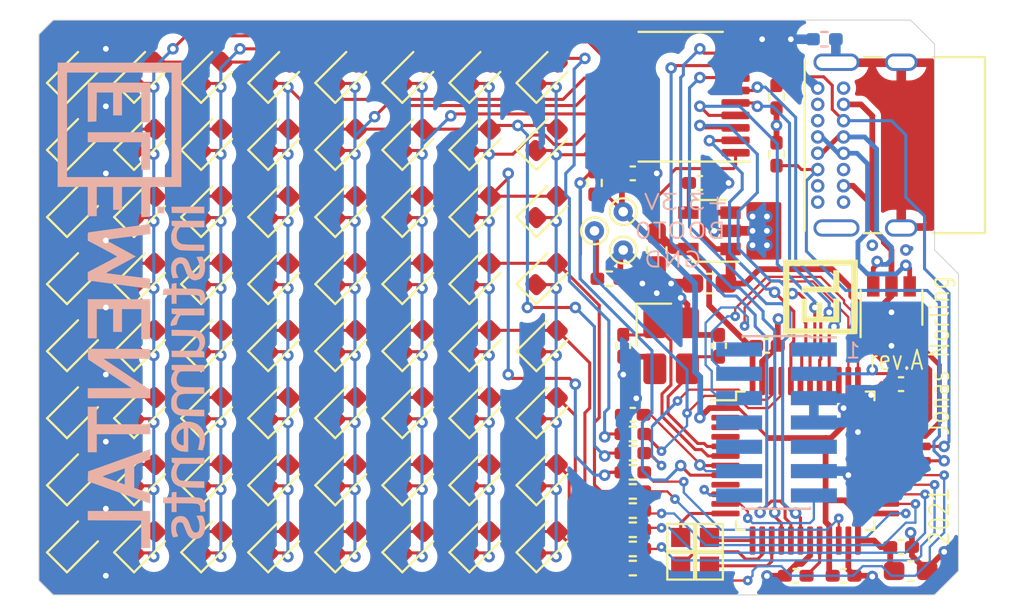
<source format=kicad_pcb>
(kicad_pcb (version 20221018) (generator pcbnew)
  (title_block (title "USB LED Matrix") (company "Jonas Norling"))
  (layers (0 "F.Cu" signal) (1 "In1.Cu" power) (2 "In2.Cu" power) (31 "B.Cu" signal) (34 "B.Paste" user) (35 "F.Paste" user) (36 "B.SilkS" user "B.Silkscreen") (37 "F.SilkS" user "F.Silkscreen") (38 "B.Mask" user) (39 "F.Mask" user) (44 "Edge.Cuts" user))
  (net 0 "")
  (net 1 "Net-(D1-Pad2)")
  (net 2 "Net-(D1-Pad1)")
  (net 3 "Net-(D10-Pad2)")
  (net 4 "Net-(D11-Pad2)")
  (net 5 "Net-(D12-Pad2)")
  (net 6 "Net-(D13-Pad2)")
  (net 7 "Net-(D14-Pad2)")
  (net 8 "Net-(D15-Pad2)")
  (net 9 "Net-(D16-Pad2)")
  (net 10 "Net-(D10-Pad1)")
  (net 11 "Net-(D17-Pad1)")
  (net 12 "Net-(D25-Pad1)")
  (net 13 "Net-(D33-Pad1)")
  (net 14 "Net-(D41-Pad1)")
  (net 15 "Net-(D49-Pad1)")
  (net 16 "Net-(D57-Pad1)")
  (net 17 "/ROW1")
  (net 18 "/ROW2")
  (net 19 "/ROW3")
  (net 20 "/ROW4")
  (net 21 "/ROW5")
  (net 22 "/ROW6")
  (net 23 "/ROW7")
  (net 24 "/ROW8")
  (net 25 "/COL8")
  (net 26 "/COL7")
  (net 27 "/COL6")
  (net 28 "/COL5")
  (net 29 "/COL4")
  (net 30 "/SWCLK")
  (net 31 "/SWDIO")
  (net 32 "/COL3")
  (net 33 "/COL2")
  (net 34 "/COL1")
  (net 35 "/NRST")
  (net 36 "GND")
  (net 37 "/VDD")
  (net 38 "/TX")
  (net 39 "/RX")
  (net 40 "/VBUS")
  (net 41 "Net-(C10-Pad2)")
  (net 42 "Net-(C11-Pad1)")
  (net 43 "Net-(J1-PadB5)")
  (net 44 "Net-(J1-PadA5)")
  (net 45 "/USB_CC1")
  (net 46 "/USB_CC2")
  (net 47 "Net-(C13-Pad1)")
  (net 48 "/VREF+")
  (net 49 "/SHIELD")
  (net 50 "/BUFFER_EN")
  (net 51 "/USBCON_D+")
  (net 52 "/USBCON_D-")
  (net 53 "/USB_D-")
  (net 54 "/USB_D+")
  (net 55 "Net-(TP4-Pad1)")
  (net 56 "Net-(TP5-Pad1)")
  (net 57 "Net-(TP6-Pad1)")
  (net 58 "Net-(TP7-Pad1)")
  (footprint "Resistor_SMD:R_0402_1005Metric_Pad0.72x0.64mm_HandSolder" (layer "F.Cu") (at 171 102.6)
    (fp_text reference "R2" hide)
    (fp_text value "68")
  )
  (footprint "Resistor_SMD:R_0402_1005Metric_Pad0.72x0.64mm_HandSolder" (layer "F.Cu") (at 171 103.6)
    (fp_text reference "R3" hide)
    (fp_text value "68")
  )
  (footprint "Resistor_SMD:R_0402_1005Metric_Pad0.72x0.64mm_HandSolder" (layer "F.Cu") (at 171 104.6)
    (fp_text reference "R4" hide)
    (fp_text value "68")
  )
  (footprint "Resistor_SMD:R_0402_1005Metric_Pad0.72x0.64mm_HandSolder" (layer "F.Cu") (at 171 105.6)
    (fp_text reference "R5" hide)
    (fp_text value "68")
  )
  (footprint "Resistor_SMD:R_0402_1005Metric_Pad0.72x0.64mm_HandSolder" (layer "F.Cu") (at 171 106.6)
    (fp_text reference "R6" hide)
    (fp_text value "68")
  )
  (footprint "Resistor_SMD:R_0402_1005Metric_Pad0.72x0.64mm_HandSolder" (layer "F.Cu") (at 171 107.6)
    (fp_text reference "R7" hide)
    (fp_text value "68")
  )
  (footprint "Resistor_SMD:R_0402_1005Metric_Pad0.72x0.64mm_HandSolder" (layer "F.Cu") (at 171 108.6)
    (fp_text reference "R8" hide)
    (fp_text value "68")
  )
  (footprint "Resistor_SMD:R_0402_1005Metric_Pad0.72x0.64mm_HandSolder" (layer "F.Cu") (at 171 101.6)
    (fp_text reference "R1" hide)
    (fp_text value "68")
  )
  (footprint "Package_SO:TSSOP-20_4.4x6.5mm_P0.65mm" (layer "F.Cu") (at 173.5 84 180)
    (fp_text reference "U3" hide)
    (fp_text value "74LVT245")
  )
  (footprint "LED_SMD:LED_0603_1608Metric" (layer "F.Cu") (at 145.5 89.75 45)
    (fp_text reference "D11" hide)
    (fp_text value "LED_Small_ALT" hide)
  )
  (footprint "LED_SMD:LED_0603_1608Metric" (layer "F.Cu") (at 142 107.25 45)
    (fp_text reference "D8" hide)
    (fp_text value "LED_Small_ALT" hide)
  )
  (footprint "LED_SMD:LED_0603_1608Metric" (layer "F.Cu") (at 166.5 100.25 45)
    (fp_text reference "D62" hide)
    (fp_text value "LED_Small_ALT" hide)
  )
  (footprint "LED_SMD:LED_0603_1608Metric" (layer "F.Cu") (at 166.5 96.75 45)
    (fp_text reference "D61" hide)
    (fp_text value "LED_Small_ALT" hide)
  )
  (footprint "LED_SMD:LED_0603_1608Metric" (layer "F.Cu") (at 152.5 100.25 45)
    (fp_text reference "D30" hide)
    (fp_text value "LED_Small_ALT" hide)
  )
  (footprint "LED_SMD:LED_0603_1608Metric" (layer "F.Cu") (at 152.5 82.75 45)
    (fp_text reference "D25" hide)
    (fp_text value "LED_Small_ALT" hide)
  )
  (footprint "LED_SMD:LED_0603_1608Metric" (layer "F.Cu") (at 163 100.25 45)
    (fp_text reference "D54" hide)
    (fp_text value "LED_Small_ALT" hide)
  )
  (footprint "LED_SMD:LED_0603_1608Metric" (layer "F.Cu") (at 163 107.25 45)
    (fp_text reference "D56" hide)
    (fp_text value "LED_Small_ALT" hide)
  )
  (footprint "LED_SMD:LED_0603_1608Metric" (layer "F.Cu") (at 156 86.25 45)
    (fp_text reference "D34" hide)
    (fp_text value "LED_Small_ALT" hide)
  )
  (footprint "LED_SMD:LED_0603_1608Metric" (layer "F.Cu") (at 163 86.25 45)
    (fp_text reference "D50" hide)
    (fp_text value "LED_Small_ALT" hide)
  )
  (footprint "LED_SMD:LED_0603_1608Metric" (layer "F.Cu") (at 159.5 86.25 45)
    (fp_text reference "D42" hide)
    (fp_text value "LED_Small_ALT" hide)
  )
  (footprint "LED_SMD:LED_0603_1608Metric" (layer "F.Cu") (at 145.5 86.25 45)
    (fp_text reference "D10" hide)
    (fp_text value "LED_Small_ALT" hide)
  )
  (footprint "LED_SMD:LED_0603_1608Metric" (layer "F.Cu") (at 149 89.75 45)
    (fp_text reference "D19" hide)
    (fp_text value "LED_Small_ALT" hide)
  )
  (footprint "LED_SMD:LED_0603_1608Metric" (layer "F.Cu") (at 142 96.75 45)
    (fp_text reference "D5" hide)
    (fp_text value "LED_Small_ALT" hide)
  )
  (footprint "LED_SMD:LED_0603_1608Metric" (layer "F.Cu") (at 142 103.75 45)
    (fp_text reference "D7" hide)
    (fp_text value "LED_Small_ALT" hide)
  )
  (footprint "LED_SMD:LED_0603_1608Metric" (layer "F.Cu") (at 156 100.25 45)
    (fp_text reference "D38" hide)
    (fp_text value "LED_Small_ALT" hide)
  )
  (footprint "LED_SMD:LED_0603_1608Metric" (layer "F.Cu") (at 149 100.25 45)
    (fp_text reference "D22" hide)
    (fp_text value "LED_Small_ALT" hide)
  )
  (footprint "LED_SMD:LED_0603_1608Metric" (layer "F.Cu") (at 142 100.25 45)
    (fp_text reference "D6" hide)
    (fp_text value "LED_Small_ALT" hide)
  )
  (footprint "LED_SMD:LED_0603_1608Metric" (layer "F.Cu") (at 163 96.75 45)
    (fp_text reference "D53" hide)
    (fp_text value "LED_Small_ALT" hide)
  )
  (footprint "LED_SMD:LED_0603_1608Metric" (layer "F.Cu") (at 142 93.25 45)
    (fp_text reference "D4" hide)
    (fp_text value "LED_Small_ALT" hide)
  )
  (footprint "LED_SMD:LED_0603_1608Metric" (layer "F.Cu") (at 149 82.75 45)
    (fp_text reference "D17" hide)
    (fp_text value "LED_Small_ALT" hide)
  )
  (footprint "LED_SMD:LED_0603_1608Metric" (layer "F.Cu") (at 163 103.75 45)
    (fp_text reference "D55" hide)
    (fp_text value "LED_Small_ALT" hide)
  )
  (footprint "LED_SMD:LED_0603_1608Metric" (layer "F.Cu") (at 163 82.75 45)
    (fp_text reference "D49" hide)
    (fp_text value "LED_Small_ALT" hide)
  )
  (footprint "LED_SMD:LED_0603_1608Metric" (layer "F.Cu") (at 152.5 86.25 45)
    (fp_text reference "D26" hide)
    (fp_text value "LED_Small_ALT" hide)
  )
  (footprint "LED_SMD:LED_0603_1608Metric" (layer "F.Cu") (at 166.5 82.75 45)
    (fp_text reference "D57" hide)
    (fp_text value "LED_Small_ALT" hide)
  )
  (footprint "LED_SMD:LED_0603_1608Metric" (layer "F.Cu") (at 163 89.75 45)
    (fp_text reference "D51" hide)
    (fp_text value "LED_Small_ALT" hide)
  )
  (footprint "LED_SMD:LED_0603_1608Metric" (layer "F.Cu") (at 142 82.75 45)
    (fp_text reference "D1" hide)
    (fp_text value "LED_Small_ALT" hide)
  )
  (footprint "LED_SMD:LED_0603_1608Metric" (layer "F.Cu") (at 152.5 96.75 45)
    (fp_text reference "D29" hide)
    (fp_text value "LED_Small_ALT" hide)
  )
  (footprint "LED_SMD:LED_0603_1608Metric" (layer "F.Cu") (at 156 107.25 45)
    (fp_text reference "D40" hide)
    (fp_text value "LED_Small_ALT" hide)
  )
  (footprint "LED_SMD:LED_0603_1608Metric" (layer "F.Cu") (at 159.5 96.75 45)
    (fp_text reference "D45" hide)
    (fp_text value "LED_Small_ALT" hide)
  )
  (footprint "LED_SMD:LED_0603_1608Metric" (layer "F.Cu") (at 166.5 93.25 45)
    (fp_text reference "D60" hide)
    (fp_text value "LED_Small_ALT" hide)
  )
  (footprint "LED_SMD:LED_0603_1608Metric" (layer "F.Cu") (at 145.5 96.75 45)
    (fp_text reference "D13" hide)
    (fp_text value "LED_Small_ALT" hide)
  )
  (footprint "LED_SMD:LED_0603_1608Metric" (layer "F.Cu") (at 142 89.75 45)
    (fp_text reference "D3" hide)
    (fp_text value "LED_Small_ALT" hide)
  )
  (footprint "LED_SMD:LED_0603_1608Metric" (layer "F.Cu") (at 149 107.25 45)
    (fp_text reference "D24" hide)
    (fp_text value "LED_Small_ALT" hide)
  )
  (footprint "LED_SMD:LED_0603_1608Metric" (layer "F.Cu") (at 159.5 82.75 45)
    (fp_text reference "D41" hide)
    (fp_text value "LED_Small_ALT" hide)
  )
  (footprint "LED_SMD:LED_0603_1608Metric" (layer "F.Cu") (at 152.5 89.75 45)
    (fp_text reference "D27" hide)
    (fp_text value "LED_Small_ALT" hide)
  )
  (footprint "LED_SMD:LED_0603_1608Metric" (layer "F.Cu") (at 145.5 93.25 45)
    (fp_text reference "D12" hide)
    (fp_text value "LED_Small_ALT" hide)
  )
  (footprint "LED_SMD:LED_0603_1608Metric" (layer "F.Cu") (at 163 93.25 45)
    (fp_text reference "D52" hide)
    (fp_text value "LED_Small_ALT" hide)
  )
  (footprint "LED_SMD:LED_0603_1608Metric" (layer "F.Cu") (at 156 96.75 45)
    (fp_text reference "D37" hide)
    (fp_text value "LED_Small_ALT" hide)
  )
  (footprint "LED_SMD:LED_0603_1608Metric" (layer "F.Cu") (at 145.5 107.25 45)
    (fp_text reference "D16" hide)
    (fp_text value "LED_Small_ALT" hide)
  )
  (footprint "LED_SMD:LED_0603_1608Metric" (layer "F.Cu") (at 156 82.75 45)
    (fp_text reference "D33" hide)
    (fp_text value "LED_Small_ALT" hide)
  )
  (footprint "LED_SMD:LED_0603_1608Metric" (layer "F.Cu") (at 145.5 103.75 45)
    (fp_text reference "D15" hide)
    (fp_text value "LED_Small_ALT" hide)
  )
  (footprint "LED_SMD:LED_0603_1608Metric" (layer "F.Cu") (at 156 103.75 45)
    (fp_text reference "D39" hide)
    (fp_text value "LED_Small_ALT" hide)
  )
  (footprint "LED_SMD:LED_0603_1608Metric" (layer "F.Cu") (at 145.5 100.25 45)
    (fp_text reference "D14" hide)
    (fp_text value "LED_Small_ALT" hide)
  )
  (footprint "LED_SMD:LED_0603_1608Metric" (layer "F.Cu") (at 152.5 103.75 45)
    (fp_text reference "D31" hide)
    (fp_text value "LED_Small_ALT" hide)
  )
  (footprint "LED_SMD:LED_0603_1608Metric" (layer "F.Cu") (at 166.5 107.25 45)
    (fp_text reference "D64" hide)
    (fp_text value "LED_Small_ALT" hide)
  )
  (footprint "LED_SMD:LED_0603_1608Metric" (layer "F.Cu") (at 145.5 82.75 45)
    (fp_text reference "D9" hide)
    (fp_text value "LED_Small_ALT" hide)
  )
  (footprint "LED_SMD:LED_0603_1608Metric" (layer "F.Cu") (at 149 86.25 45)
    (fp_text reference "D18" hide)
    (fp_text value "LED_Small_ALT" hide)
  )
  (footprint "LED_SMD:LED_0603_1608Metric" (layer "F.Cu") (at 156 93.25 45)
    (fp_text reference "D36" hide)
    (fp_text value "LED_Small_ALT" hide)
  )
  (footprint "LED_SMD:LED_0603_1608Metric" (layer "F.Cu") (at 149 93.25 45)
    (fp_text reference "D20" hide)
    (fp_text value "LED_Small_ALT" hide)
  )
  (footprint "LED_SMD:LED_0603_1608Metric" (layer "F.Cu") (at 166.5 89.75 45)
    (fp_text reference "D59" hide)
    (fp_text value "LED_Small_ALT" hide)
  )
  (footprint "LED_SMD:LED_0603_1608Metric" (layer "F.Cu") (at 166.5 103.75 45)
    (fp_text reference "D63" hide)
    (fp_text value "LED_Small_ALT" hide)
  )
  (footprint "LED_SMD:LED_0603_1608Metric" (layer "F.Cu") (at 149 96.75 45)
    (fp_text reference "D21" hide)
    (fp_text value "LED_Small_ALT" hide)
  )
  (footprint "LED_SMD:LED_0603_1608Metric" (layer "F.Cu") (at 159.5 107.25 45)
    (fp_text reference "D48" hide)
    (fp_text value "LED_Small_ALT" hide)
  )
  (footprint "LED_SMD:LED_0603_1608Metric" (layer "F.Cu") (at 159.5 103.75 45)
    (fp_text reference "D47" hide)
    (fp_text value "LED_Small_ALT" hide)
  )
  (footprint "LED_SMD:LED_0603_1608Metric" (layer "F.Cu") (at 166.5 86.25 45)
    (fp_text reference "D58" hide)
    (fp_text value "LED_Small_ALT" hide)
  )
  (footprint "LED_SMD:LED_0603_1608Metric" (layer "F.Cu") (at 156 89.75 45)
    (fp_text reference "D35" hide)
    (fp_text value "LED_Small_ALT" hide)
  )
  (footprint "LED_SMD:LED_0603_1608Metric" (layer "F.Cu") (at 159.5 93.25 45)
    (fp_text reference "D44" hide)
    (fp_text value "LED_Small_ALT" hide)
  )
  (footprint "LED_SMD:LED_0603_1608Metric" (layer "F.Cu") (at 159.5 89.75 45)
    (fp_text reference "D43" hide)
    (fp_text value "LED_Small_ALT" hide)
  )
  (footprint "LED_SMD:LED_0603_1608Metric" (layer "F.Cu") (at 152.5 107.25 45)
    (fp_text reference "D32" hide)
    (fp_text value "LED_Small_ALT" hide)
  )
  (footprint "LED_SMD:LED_0603_1608Metric" (layer "F.Cu") (at 149 103.75 45)
    (fp_text reference "D23" hide)
    (fp_text value "LED_Small_ALT" hide)
  )
  (footprint "LED_SMD:LED_0603_1608Metric" (layer "F.Cu") (at 152.5 93.25 45)
    (fp_text reference "D28" hide)
    (fp_text value "LED_Small_ALT" hide)
  )
  (footprint "LED_SMD:LED_0603_1608Metric" (layer "F.Cu") (at 159.5 100.25 45)
    (fp_text reference "D46" hide)
    (fp_text value "LED_Small_ALT" hide)
  )
  (footprint "LED_SMD:LED_0603_1608Metric" (layer "F.Cu") (at 142 86.25 45)
    (fp_text reference "D2" hide)
    (fp_text value "LED_Small_ALT" hide)
  )
  (footprint "Capacitor_SMD:C_0402_1005Metric_Pad0.74x0.62mm_HandSolder" (layer "F.Cu") (at 175.5 97 -90)
    (fp_text reference "C10" hide)
    (fp_text value "p")
  )
  (footprint "Capacitor_SMD:C_0402_1005Metric_Pad0.74x0.62mm_HandSolder" (layer "F.Cu") (at 170.5 97 -90)
    (fp_text reference "C11" hide)
    (fp_text value "p")
  )
  (footprint "Resistor_SMD:R_0201_0603Metric" (layer "F.Cu") (at 186 103 180)
    (fp_text reference "NT2" hide)
    (fp_text value "Net-Tie_2")
  )
  (footprint "Resistor_SMD:R_0201_0603Metric" (layer "F.Cu") (at 186 102.25 180)
    (fp_text reference "NT3" hide)
    (fp_text value "Net-Tie_2")
  )
  (footprint "Resistor_SMD:R_0402_1005Metric_Pad0.72x0.64mm_HandSolder" (layer "F.Cu") (at 178.5 84 -90)
    (fp_text reference "R10" hide)
    (fp_text value "5k1")
  )
  (footprint "Resistor_SMD:R_0402_1005Metric_Pad0.72x0.64mm_HandSolder" (layer "F.Cu") (at 178.5 87 -90)
    (fp_text reference "R11" hide)
    (fp_text value "5k1")
  )
  (footprint "TestPoint:TestPoint_THTPad_D1.0mm_Drill0.5mm" (layer "F.Cu") (at 170.5 90)
    (fp_text reference "TP1" hide)
    (fp_text value "TestPoint")
  )
  (footprint "TestPoint:TestPoint_THTPad_D1.0mm_Drill0.5mm" (layer "F.Cu") (at 170.5 92)
    (fp_text reference "TP3" hide)
    (fp_text value "TestPoint")
  )
  (footprint "jonas_Crystal:Crystal_SMD_3225-4Pin_3.2x2.5mm" (layer "F.Cu") (at 173 97 -90)
    (fp_text reference "Y1" hide)
    (fp_text value "ABM8-24.000MHZ-B2-T")
  )
  (footprint "Capacitor_SMD:C_0402_1005Metric_Pad0.74x0.62mm_HandSolder" (layer "F.Cu") (at 171 88)
    (fp_text reference "C7" hide)
    (fp_text value "100n")
  )
  (footprint "Package_TO_SOT_SMD:SOT-23-6" (layer "F.Cu") (at 184.5 95 90)
    (fp_text reference "U4" hide)
    (fp_text value "USBLC6-2SC6")
  )
  (footprint "Connector_USB:USB_C_Receptacle_GCT_USB4085" (layer "F.Cu") (at 180.65 89.5 90)
    (fp_text reference "J1" hide)
    (fp_text value "USB4085-GF-A")
  )
  (footprint "Capacitor_SMD:C_0402_1005Metric_Pad0.74x0.62mm_HandSolder" (layer "F.Cu") (at 179.5 109 180)
    (fp_text reference "C9" hide)
    (fp_text value "DNP")
  )
  (footprint "Capacitor_SMD:C_0402_1005Metric_Pad0.74x0.62mm_HandSolder" (layer "F.Cu") (at 178 97)
    (fp_text reference "C2" hide)
    (fp_text value "100n")
  )
  (footprint "Capacitor_SMD:C_0402_1005Metric_Pad0.74x0.62mm_HandSolder" (layer "F.Cu") (at 185 99 180)
    (fp_text reference "C3" hide)
    (fp_text value "100n")
  )
  (footprint "Capacitor_SMD:C_0402_1005Metric_Pad0.74x0.62mm_HandSolder" (layer "F.Cu") (at 182 109)
    (fp_text reference "C4" hide)
    (fp_text value "100n")
  )
  (footprint "Capacitor_SMD:C_0402_1005Metric_Pad0.74x0.62mm_HandSolder" (layer "F.Cu") (at 185 107.5)
    (fp_text reference "C1" hide)
    (fp_text value "100n")
  )
  (footprint "Package_QFP:LQFP-48_7x7mm_P0.5mm" (layer "F.Cu") (at 180 103)
    (fp_text reference "U2" hide)
    (fp_text value "STM32G473CET6")
  )
  (footprint "Capacitor_SMD:C_0402_1005Metric_Pad0.74x0.62mm_HandSolder" (layer "F.Cu") (at 174.5 88.5)
    (fp_text reference "C13" hide)
    (fp_text value "DNP")
  )
  (footprint "Capacitor_SMD:C_0603_1608Metric_Pad1.08x0.95mm_HandSolder" (layer "F.Cu") (at 175 93.75 180)
    (fp_text reference "C5" hide)
    (fp_text value "1u")
  )
  (footprint "Package_TO_SOT_SMD:SOT-23-5" (layer "F.Cu") (at 175 91 180)
    (fp_text reference "U1" hide)
    (fp_text value "AP2210K-3.3")
  )
  (footprint "Capacitor_SMD:C_0402_1005Metric_Pad0.74x0.62mm_HandSolder" (layer "F.Cu") (at 171 100.6 180)
    (fp_text reference "C12" hide)
    (fp_text value "100n")
  )
  (footprint "Capacitor_SMD:C_0603_1608Metric_Pad1.08x0.95mm_HandSolder" (layer "F.Cu") (at 172.25 92 -90)
    (fp_text reference "C6" hide)
    (fp_text value "10u")
  )
  (footprint "Resistor_SMD:R_0402_1005Metric_Pad0.72x0.64mm_HandSolder" (layer "F.Cu") (at 169.75 93.5 180)
    (fp_text reference "R9" hide)
    (fp_text value "R")
  )
  (footprint "TestPoint:TestPoint_THTPad_D1.0mm_Drill0.5mm" (layer "F.Cu") (at 169 91)
    (fp_text reference "TP2" hide)
    (fp_text value "TestPoint")
  )
  (footprint "Capacitor_SMD:C_0603_1608Metric_Pad1.08x0.95mm_HandSolder" (layer "F.Cu") (at 185.5 108.75)
    (fp_text reference "C8" hide)
    (fp_text value "4.7u")
  )
  (footprint "Resistor_SMD:R_0402_1005Metric_Pad0.72x0.64mm_HandSolder" (layer "F.Cu") (at 169 88.5 -90)
    (fp_text reference "R13" hide)
    (fp_text value "R")
  )
  (footprint "TestPoint:TestPoint_Pad_1.0x1.0mm" (layer "F.Cu") (at 173.5 107)
    (fp_text reference "TP4" hide)
    (fp_text value "TestPoint")
  )
  (footprint "TestPoint:TestPoint_Pad_1.0x1.0mm" (layer "F.Cu") (at 173.5 108.5)
    (fp_text reference "TP5" hide)
    (fp_text value "TestPoint")
  )
  (footprint "TestPoint:TestPoint_Pad_1.0x1.0mm" (layer "F.Cu") (at 175 107)
    (fp_text reference "TP6" hide)
    (fp_text value "TestPoint")
  )
  (footprint "TestPoint:TestPoint_Pad_1.0x1.0mm" (layer "F.Cu") (at 175 108.5)
    (fp_text reference "TP7" hide)
    (fp_text value "TestPoint")
  )
  (footprint "elemental:elemental-4mm" (layer "F.Cu") (at 180.75 94.5 90)
    (fp_text reference "G***" hide)
    (fp_text value "LOGO" hide)
  )
  (footprint "Resistor_SMD:R_0402_1005Metric_Pad0.72x0.64mm_HandSolder" (layer "B.Cu") (at 181 81)
    (fp_text reference "R12" hide)
    (fp_text value "DNP")
  )
  (footprint "Connector_PinHeader_1.27mm:PinHeader_2x07_P1.27mm_Vertical_SMD" (layer "B.Cu") (at 178.5 101 180)
    (fp_text reference "J2" hide)
    (fp_text value "Conn_ST_STDC14")
  )
  (footprint "elemental:elemental-25.4mm" (layer "B.Cu") (at 145 94.75 -90)
    (fp_text reference "G***" hide)
    (fp_text value "LOGO" hide)
  )
  (gr_line (start 186.75 110) (end 140.75 110) (stroke (width 0.05)) (layer "Edge.Cuts"))
  (gr_line (start 188 93.25) (end 188 108.75) (stroke (width 0.05)) (layer "Edge.Cuts"))
  (gr_line (start 140 80.75) (end 140 109.25) (stroke (width 0.05)) (layer "Edge.Cuts"))
  (gr_line (start 185.5 80) (end 140.75 80) (stroke (width 0.05)) (layer "Edge.Cuts"))
  (gr_line (start 140.75 80) (end 140 80.75) (stroke (width 0.05)) (layer "Edge.Cuts"))
  (gr_line (start 186.75 81.25) (end 185.5 80) (stroke (width 0.05)) (layer "Edge.Cuts"))
  (gr_line (start 140 109.25) (end 140.75 110) (stroke (width 0.05)) (layer "Edge.Cuts"))
  (gr_line (start 188 108.75) (end 186.75 110) (stroke (width 0.05)) (layer "Edge.Cuts"))
  (gr_line (start 186.75 81.25) (end 186.75 92) (stroke (width 0.05)) (layer "Edge.Cuts"))
  (gr_line (start 186.75 92) (end 188 93.25) (stroke (width 0.05)) (layer "Edge.Cuts"))
  (gr_text "+3.3V" (at 171.5 89.5) (layer "B.SilkS") (effects (font (size 0.8 1) (thickness 0.1)) (justify right mirror)))
  (gr_text "BOOT0" (at 171 91) (layer "B.SilkS") (effects (font (size 0.8 1) (thickness 0.1)) (justify right mirror)))
  (gr_text "GND" (at 171.5 92.5) (layer "B.SilkS") (effects (font (size 0.8 1) (thickness 0.1)) (justify right mirror)))
  (gr_text "1" (at 182.5 97.25) (layer "B.SilkS") (effects (font (size 0.8 0.8) (thickness 0.1)) (justify mirror)))
  (gr_text "2021" (at 187 107.5 90) (layer "F.SilkS") (effects (font (size 1 0.8) (thickness 0.1)) (justify left)))
  (gr_text "rev.A" (at 183.25 97.75) (layer "F.SilkS") (effects (font (size 1 0.8) (thickness 0.1)) (justify left)))
  (gr_text "Jonas Norling" (at 187 101.75 90) (layer "F.SilkS") (effects (font (size 1 0.8) (thickness 0.1)) (justify left)))
  (segment (start 142.556847 82.193153) (end 167.056847 82.193153) (width 0.16) (layer "F.Cu") (net 1))
  (segment (start 167.25 82) (end 167.056847 82.193153) (width 0.16) (layer "F.Cu") (net 1))
  (segment (start 168.5 82) (end 167.25 82) (width 0.16) (layer "F.Cu") (net 1))
  (segment (start 170.4025 101.6) (end 170.1 101.6) (width 0.16) (layer "F.Cu") (net 1))
  (segment (start 170.4025 101.6) (end 169.68 101.6) (width 0.16) (layer "F.Cu") (net 1))
  (segment (start 169.68 101.6) (end 169.53 101.75) (width 0.16) (layer "F.Cu") (net 1))
  (via (at 168.5 82) (size 0.6) (drill 0.3) (layers "F.Cu" "B.Cu") (net 1))
  (via (at 169.53 101.75) (size 0.6) (drill 0.3) (layers "F.Cu" "B.Cu") (net 1))
  (segment (start 167.939991 87.560009) (end 167.5 88) (width 0.16) (layer "B.Cu") (net 1))
  (segment (start 169.53 100.47) (end 169.75 100.25) (width 0.16) (layer "B.Cu") (net 1))
  (segment (start 167.939991 82.560009) (end 167.939991 87.560009) (width 0.16) (layer "B.Cu") (net 1))
  (segment (start 168.5 82) (end 167.939991 82.560009) (width 0.16) (layer "B.Cu") (net 1))
  (segment (start 167.5 89.120018) (end 167.689991 89.310009) (width 0.16) (layer "B.Cu") (net 1))
  (segment (start 169.53 101.75) (end 169.53 100.47) (width 0.16) (layer "B.Cu") (net 1))
  (segment (start 169.75 95.688421) (end 169.75 100.25) (width 0.16) (layer "B.Cu") (net 1))
  (segment (start 167.689991 93.628413) (end 169.75 95.688421) (width 0.16) (layer "B.Cu") (net 1))
  (segment (start 167.5 88) (end 167.5 89.120018) (width 0.16) (layer "B.Cu") (net 1))
  (segment (start 167.689991 89.310009) (end 167.689991 93.628413) (width 0.16) (layer "B.Cu") (net 1))
  (segment (start 141.443153 97.306847) (end 141.443153 100.806847) (width 0.16) (layer "F.Cu") (net 2))
  (segment (start 141.443153 86.806847) (end 141.443153 90.306847) (width 0.16) (layer "F.Cu") (net 2))
  (segment (start 141.443153 104.306847) (end 141.443153 100.806847) (width 0.16) (layer "F.Cu") (net 2))
  (segment (start 141.443153 93.806847) (end 141.443153 97.306847) (width 0.16) (layer "F.Cu") (net 2))
  (segment (start 141.443153 90.306847) (end 141.443153 93.806847) (width 0.16) (layer "F.Cu") (net 2))
  (segment (start 141.443153 83.306847) (end 141.443153 82.295667) (width 0.16) (layer "F.Cu") (net 2))
  (segment (start 143.23882 80.5) (end 170.0625 80.5) (width 0.16) (layer "F.Cu") (net 2))
  (segment (start 170.0625 80.5) (end 170.6375 81.075) (width 0.16) (layer "F.Cu") (net 2))
  (segment (start 141.443153 82.295667) (end 143.23882 80.5) (width 0.16) (layer "F.Cu") (net 2))
  (segment (start 141.443153 104.306847) (end 141.443153 107.806847) (width 0.16) (layer "F.Cu") (net 2))
  (segment (start 141.443153 83.306847) (end 141.443153 86.806847) (width 0.16) (layer "F.Cu") (net 2))
  (segment (start 169.68 102.6) (end 169.53 102.75) (width 0.16) (layer "F.Cu") (net 3))
  (segment (start 166.863694 85.5) (end 167.056847 85.693153) (width 0.16) (layer "F.Cu") (net 3))
  (segment (start 160.056847 85.693153) (end 156.556847 85.693153) (width 0.16) (layer "F.Cu") (net 3))
  (segment (start 170.4025 102.6) (end 169.68 102.6) (width 0.16) (layer "F.Cu") (net 3))
  (segment (start 170.4025 102.6) (end 170.1 102.6) (width 0.16) (layer "F.Cu") (net 3))
  (segment (start 165 85.5) (end 163.75 85.5) (width 0.16) (layer "F.Cu") (net 3))
  (segment (start 163.556847 85.693153) (end 160.056847 85.693153) (width 0.16) (layer "F.Cu") (net 3))
  (segment (start 146.056847 85.693153) (end 142.556847 85.693153) (width 0.16) (layer "F.Cu") (net 3))
  (segment (start 156.556847 85.693153) (end 146.056847 85.693153) (width 0.16) (layer "F.Cu") (net 3))
  (segment (start 163.75 85.5) (end 163.556847 85.693153) (width 0.16) (layer "F.Cu") (net 3))
  (segment (start 165 85.5) (end 166.863694 85.5) (width 0.16) (layer "F.Cu") (net 3))
  (segment (start 168 95) (end 165.5 95) (width 0.16) (layer "F.Cu") (net 3))
  (via (at 168 95) (size 0.6) (drill 0.3) (layers "F.Cu" "B.Cu") (net 3))
  (via (at 165 85.5) (size 0.6) (drill 0.3) (layers "F.Cu" "B.Cu") (net 3))
  (via (at 169.53 102.75) (size 0.6) (drill 0.3) (layers "F.Cu" "B.Cu") (net 3))
  (via (at 165.5 95) (size 0.6) (drill 0.3) (layers "F.Cu" "B.Cu") (net 3))
  (segment (start 169.53 102.75) (end 169 102.22) (width 0.16) (layer "B.Cu") (net 3))
  (segment (start 169 101.75) (end 169 96) (width 0.16) (layer "B.Cu") (net 3))
  (segment (start 169 102.22) (end 169 101.75) (width 0.16) (layer "B.Cu") (net 3))
  (segment (start 165.5 86) (end 165 85.5) (width 0.16) (layer "B.Cu") (net 3))
  (segment (start 169 96) (end 168 95) (width 0.16) (layer "B.Cu") (net 3))
  (segment (start 165.5 95) (end 165.5 86) (width 0.16) (layer "B.Cu") (net 3))
  (segment (start 142.556847 89.193153) (end 167.056847 89.193153) (width 0.16) (layer "F.Cu") (net 4))
  (segment (start 168 99) (end 167.700001 98.700001) (width 0.16) (layer "F.Cu") (net 4))
  (segment (start 164.5 88) (end 164.5 88.25) (width 0.16) (layer "F.Cu") (net 4))
  (segment (start 167.700001 98.700001) (end 164.700001 98.700001) (width 0.16) (layer "F.Cu") (net 4))
  (segment (start 164.700001 98.700001) (end 164.5 98.5) (width 0.16) (layer "F.Cu") (net 4))
  (segment (start 164.5 88.25) (end 163.556847 89.193153) (width 0.16) (layer "F.Cu") (net 4))
  (segment (start 169.68 103.6) (end 169.53 103.75) (width 0.16) (layer "F.Cu") (net 4))
  (segment (start 170.4025 103.6) (end 169.68 103.6) (width 0.16) (layer "F.Cu") (net 4))
  (segment (start 170.4025 103.6) (end 169.85 103.6) (width 0.16) (layer "F.Cu") (net 4))
  (via (at 164.5 98.5) (size 0.6) (drill 0.3) (layers "F.Cu" "B.Cu") (net 4))
  (via (at 168 99) (size 0.6) (drill 0.3) (layers "F.Cu" "B.Cu") (net 4))
  (via (at 169.53 103.75) (size 0.6) (drill 0.3) (layers "F.Cu" "B.Cu") (net 4))
  (via (at 164.5 88) (size 0.6) (drill 0.3) (layers "F.Cu" "B.Cu") (net 4))
  (segment (start 169.53 103.75) (end 169 103.75) (width 0.16) (layer "B.Cu") (net 4))
  (segment (start 168 102.75) (end 168 101.75) (width 0.16) (layer "B.Cu") (net 4))
  (segment (start 164.5 98.5) (end 164.5 88) (width 0.16) (layer "B.Cu") (net 4))
  (segment (start 169 103.75) (end 168 102.75) (width 0.16) (layer "B.Cu") (net 4))
  (segment (start 168 101.75) (end 168 101.5) (width 0.16) (layer "B.Cu") (net 4))
  (segment (start 168 101.5) (end 168 99) (width 0.16) (layer "B.Cu") (net 4))
  (segment (start 142.556847 92.693153) (end 167.056847 92.693153) (width 0.16) (layer "F.Cu") (net 5))
  (segment (start 169.25 100.75) (end 169 101) (width 0.16) (layer "F.Cu") (net 5))
  (segment (start 167.056847 92.693153) (end 169.25 94.886306) (width 0.16) (layer "F.Cu") (net 5))
  (segment (start 169.35 104.6) (end 170.4025 104.6) (width 0.16) (layer "F.Cu") (net 5))
  (segment (start 169 104.25) (end 169.35 104.6) (width 0.16) (layer "F.Cu") (net 5))
  (segment (start 169.25 94.886306) (end 169.25 100.75) (width 0.16) (layer "F.Cu") (net 5))
  (segment (start 169 101) (end 169 104.25) (width 0.16) (layer "F.Cu") (net 5))
  (segment (start 142.556847 96.193153) (end 167.056847 96.193153) (width 0.16) (layer "F.Cu") (net 6))
  (segment (start 168.75 100.25) (end 168.5 100.5) (width 0.16) (layer "F.Cu") (net 6))
  (segment (start 168.5 100.5) (end 168.5 105) (width 0.16) (layer "F.Cu") (net 6))
  (segment (start 168.75 97.886306) (end 168.75 100.25) (width 0.16) (layer "F.Cu") (net 6))
  (segment (start 169.1 105.6) (end 170.4025 105.6) (width 0.16) (layer "F.Cu") (net 6))
  (segment (start 167.056847 96.193153) (end 168.75 97.886306) (width 0.16) (layer "F.Cu") (net 6))
  (segment (start 168.5 105) (end 169.1 105.6) (width 0.16) (layer "F.Cu") (net 6))
  (segment (start 142.556847 99.693153) (end 167.056847 99.693153) (width 0.16) (layer "F.Cu") (net 7))
  (segment (start 168 105.5) (end 168 100.636306) (width 0.16) (layer "F.Cu") (net 7))
  (segment (start 168 105.5) (end 169.1 106.6) (width 0.16) (layer "F.Cu") (net 7))
  (segment (start 168 100.636306) (end 167.056847 99.693153) (width 0.16) (layer "F.Cu") (net 7))
  (segment (start 170.4025 106.6) (end 169.1 106.6) (width 0.16) (layer "F.Cu") (net 7))
  (segment (start 142.556847 103.193153) (end 167.056847 103.193153) (width 0.16) (layer "F.Cu") (net 8))
  (segment (start 167.056847 103.193153) (end 167.679991 103.816297) (width 0.16) (layer "F.Cu") (net 8))
  (segment (start 167.679991 106.132553) (end 169.147438 107.6) (width 0.16) (layer "F.Cu") (net 8))
  (segment (start 167.679991 103.816297) (end 167.679991 106.132553) (width 0.16) (layer "F.Cu") (net 8))
  (segment (start 169.147438 107.6) (end 170.4025 107.6) (width 0.16) (layer "F.Cu") (net 8))
  (segment (start 142.556847 106.693153) (end 167.056847 106.693153) (width 0.16) (layer "F.Cu") (net 9))
  (segment (start 170.4025 108.6) (end 168.963694 108.6) (width 0.16) (layer "F.Cu") (net 9))
  (segment (start 168.963694 108.6) (end 167.056847 106.693153) (width 0.16) (layer "F.Cu") (net 9))
  (segment (start 144.943153 107.806847) (end 145.806847 107.806847) (width 0.16) (layer "F.Cu") (net 10))
  (segment (start 169.9 81.725) (end 168.99501 80.82001) (width 0.16) (layer "F.Cu") (net 10))
  (segment (start 144.943153 90.306847) (end 145.806847 90.306847) (width 0.16) (layer "F.Cu") (net 10))
  (segment (start 144.943153 93.806847) (end 145.806847 93.806847) (width 0.16) (layer "F.Cu") (net 10))
  (segment (start 145.806847 83.306847) (end 146 83.5) (width 0.16) (layer "F.Cu") (net 10))
  (segment (start 145.806847 107.806847) (end 146 108) (width 0.16) (layer "F.Cu") (net 10))
  (segment (start 145.806847 100.806847) (end 146 101) (width 0.16) (layer "F.Cu") (net 10))
  (segment (start 145.806847 104.306847) (end 146 104.5) (width 0.16) (layer "F.Cu") (net 10))
  (segment (start 144.943153 97.306847) (end 145.806847 97.306847) (width 0.16) (layer "F.Cu") (net 10))
  (segment (start 147.67999 80.82001) (end 147 81.5) (width 0.16) (layer "F.Cu") (net 10))
  (segment (start 145.806847 93.806847) (end 146 94) (width 0.16) (layer "F.Cu") (net 10))
  (segment (start 170.6375 81.725) (end 169.9 81.725) (width 0.16) (layer "F.Cu") (net 10))
  (segment (start 144.943153 86.806847) (end 145.806847 86.806847) (width 0.16) (layer "F.Cu") (net 10))
  (segment (start 145.806847 86.806847) (end 146 87) (width 0.16) (layer "F.Cu") (net 10))
  (segment (start 144.943153 100.806847) (end 145.806847 100.806847) (width 0.16) (layer "F.Cu") (net 10))
  (segment (start 144.943153 83.306847) (end 145.806847 83.306847) (width 0.16) (layer "F.Cu") (net 10))
  (segment (start 145.806847 97.306847) (end 146 97.5) (width 0.16) (layer "F.Cu") (net 10))
  (segment (start 145.806847 90.306847) (end 146 90.5) (width 0.16) (layer "F.Cu") (net 10))
  (segment (start 168.99501 80.82001) (end 147.67999 80.82001) (width 0.16) (layer "F.Cu") (net 10))
  (segment (start 144.943153 104.306847) (end 145.806847 104.306847) (width 0.16) (layer "F.Cu") (net 10))
  (via (at 146 101) (size 0.6) (drill 0.3) (layers "F.Cu" "B.Cu") (net 10))
  (via (at 146 87) (size 0.6) (drill 0.3) (layers "F.Cu" "B.Cu") (net 10))
  (via (at 146 97.5) (size 0.6) (drill 0.3) (layers "F.Cu" "B.Cu") (net 10))
  (via (at 147 81.5) (size 0.6) (drill 0.3) (layers "F.Cu" "B.Cu") (net 10))
  (via (at 146 108) (size 0.6) (drill 0.3) (layers "F.Cu" "B.Cu") (net 10))
  (via (at 146 90.5) (size 0.6) (drill 0.3) (layers "F.Cu" "B.Cu") (net 10))
  (via (at 146 94) (size 0.6) (drill 0.3) (layers "F.Cu" "B.Cu") (net 10))
  (via (at 146 83.5) (size 0.6) (drill 0.3) (layers "F.Cu" "B.Cu") (net 10))
  (via (at 146 104.5) (size 0.6) (drill 0.3) (layers "F.Cu" "B.Cu") (net 10))
  (segment (start 146 90.5) (end 146 94) (width 0.16) (layer "B.Cu") (net 10))
  (segment (start 146 82.5) (end 147 81.5) (width 0.16) (layer "B.Cu") (net 10))
  (segment (start 146 101) (end 146 108) (width 0.16) (layer "B.Cu") (net 10))
  (segment (start 146 83.5) (end 146 82.5) (width 0.16) (layer "B.Cu") (net 10))
  (segment (start 146 87) (end 146 90.5) (width 0.16) (layer "B.Cu") (net 10))
  (segment (start 146 83.5) (end 146 87) (width 0.16) (layer "B.Cu") (net 10))
  (segment (start 146 94) (end 146 101) (width 0.16) (layer "B.Cu") (net 10))
  (segment (start 148.443153 83.306847) (end 148.556847 83.306847) (width 0.16) (layer "F.Cu") (net 11))
  (segment (start 149.306847 100.806847) (end 149.5 101) (width 0.16) (layer "F.Cu") (net 11))
  (segment (start 149.306847 83.306847) (end 149.5 83.5) (width 0.16) (layer "F.Cu") (net 11))
  (segment (start 149.306847 93.806847) (end 149.5 94) (width 0.16) (layer "F.Cu") (net 11))
  (segment (start 148.443153 93.806847) (end 149.306847 93.806847) (width 0.16) (layer "F.Cu") (net 11))
  (segment (start 148.443153 90.306847) (end 149.306847 90.306847) (width 0.16) (layer "F.Cu") (net 11))
  (segment (start 148.443153 100.806847) (end 149.306847 100.806847) (width 0.16) (layer "F.Cu") (net 11))
  (segment (start 148.443153 107.806847) (end 149.306847 107.806847) (width 0.16) (layer "F.Cu") (net 11))
  (segment (start 149.306847 97.306847) (end 149.5 97.5) (width 0.16) (layer "F.Cu") (net 11))
  (segment (start 149.306847 90.306847) (end 149.5 90.5) (width 0.16) (layer "F.Cu") (net 11))
  (segment (start 148.443153 83.306847) (end 149.306847 83.306847) (width 0.16) (layer "F.Cu") (net 11))
  (segment (start 149.306847 86.806847) (end 149.5 87) (width 0.16) (layer "F.Cu") (net 11))
  (segment (start 149.306847 104.306847) (end 149.5 104.5) (width 0.16) (layer "F.Cu") (net 11))
  (segment (start 151.85998 81.14002) (end 151.5 81.5) (width 0.16) (layer "F.Cu") (net 11))
  (segment (start 168.687458 81.14002) (end 151.85998 81.14002) (width 0.16) (layer "F.Cu") (net 11))
  (segment (start 148.443153 104.306847) (end 149.306847 104.306847) (width 0.16) (layer "F.Cu") (net 11))
  (segment (start 149.306847 107.806847) (end 149.5 108) (width 0.16) (layer "F.Cu") (net 11))
  (segment (start 148.443153 86.806847) (end 149.306847 86.806847) (width 0.16) (layer "F.Cu") (net 11))
  (segment (start 170.6375 82.375) (end 169.922438 82.375) (width 0.16) (layer "F.Cu") (net 11))
  (segment (start 151.5 81.5) (end 150.5 81.5) (width 0.16) (layer "F.Cu") (net 11))
  (segment (start 169.922438 82.375) (end 168.687458 81.14002) (width 0.16) (layer "F.Cu") (net 11))
  (segment (start 148.443153 97.306847) (end 149.306847 97.306847) (width 0.16) (layer "F.Cu") (net 11))
  (via (at 149.5 104.5) (size 0.6) (drill 0.3) (layers "F.Cu" "B.Cu") (net 11))
  (via (at 150.5 81.5) (size 0.6) (drill 0.3) (layers "F.Cu" "B.Cu") (net 11))
  (via (at 149.5 90.5) (size 0.6) (drill 0.3) (layers "F.Cu" "B.Cu") (net 11))
  (via (at 149.5 101) (size 0.6) (drill 0.3) (layers "F.Cu" "B.Cu") (net 11))
  (via (at 149.5 87) (size 0.6) (drill 0.3) (layers "F.Cu" "B.Cu") (net 11))
  (via (at 149.5 108) (size 0.6) (drill 0.3) (layers "F.Cu" "B.Cu") (net 11))
  (via (at 149.5 97.5) (size 0.6) (drill 0.3) (layers "F.Cu" "B.Cu") (net 11))
  (via (at 149.5 83.5) (size 0.6) (drill 0.3) (layers "F.Cu" "B.Cu") (net 11))
  (via (at 149.5 94) (size 0.6) (drill 0.3) (layers "F.Cu" "B.Cu") (net 11))
  (segment (start 149.5 83.5) (end 149.5 90.5) (width 0.16) (layer "B.Cu") (net 11))
  (segment (start 149.5 82.5) (end 150.5 81.5) (width 0.16) (layer "B.Cu") (net 11))
  (segment (start 149.5 83.5) (end 149.5 82.5) (width 0.16) (layer "B.Cu") (net 11))
  (segment (start 149.5 104.5) (end 149.5 108) (width 0.16) (layer "B.Cu") (net 11))
  (segment (start 149.5 97.5) (end 149.5 101) (width 0.16) (layer "B.Cu") (net 11))
  (segment (start 149.5 94) (end 149.5 97.5) (width 0.16) (layer "B.Cu") (net 11))
  (segment (start 149.5 101) (end 149.5 104.5) (width 0.16) (layer "B.Cu") (net 11))
  (segment (start 149.5 90.5) (end 149.5 94) (width 0.16) (layer "B.Cu") (net 11))
  (segment (start 151.943153 104.306847) (end 152.806847 104.306847) (width 0.16) (layer "F.Cu") (net 12))
  (segment (start 151.943153 97.306847) (end 152.806847 97.306847) (width 0.16) (layer "F.Cu") (net 12))
  (segment (start 167.360012 84.139988) (end 168.475 83.025) (width 0.16) (layer "F.Cu") (net 12))
  (segment (start 151.943153 90.306847) (end 152.806847 90.306847) (width 0.16) (layer "F.Cu") (net 12))
  (segment (start 152.806847 83.306847) (end 153 83.5) (width 0.16) (layer "F.Cu") (net 12))
  (segment (start 153 83.5) (end 153.639988 84.139988) (width 0.16) (layer "F.Cu") (net 12))
  (segment (start 152.806847 100.806847) (end 153 101) (width 0.16) (layer "F.Cu") (net 12))
  (segment (start 151.943153 83.306847) (end 152.806847 83.306847) (width 0.16) (layer "F.Cu") (net 12))
  (segment (start 152.806847 104.306847) (end 153 104.5) (width 0.16) (layer "F.Cu") (net 12))
  (segment (start 152.806847 93.806847) (end 153 94) (width 0.16) (layer "F.Cu") (net 12))
  (segment (start 151.943153 107.806847) (end 152.806847 107.806847) (width 0.16) (layer "F.Cu") (net 12))
  (segment (start 152.806847 107.806847) (end 153 108) (width 0.16) (layer "F.Cu") (net 12))
  (segment (start 151.943153 86.806847) (end 152.806847 86.806847) (width 0.16) (layer "F.Cu") (net 12))
  (segment (start 151.943153 100.806847) (end 152.806847 100.806847) (width 0.16) (layer "F.Cu") (net 12))
  (segment (start 152.806847 86.806847) (end 153 87) (width 0.16) (layer "F.Cu") (net 12))
  (segment (start 153.639988 84.139988) (end 167.360012 84.139988) (width 0.16) (layer "F.Cu") (net 12))
  (segment (start 168.475 83.025) (end 170.6375 83.025) (width 0.16) (layer "F.Cu") (net 12))
  (segment (start 152.806847 90.306847) (end 153 90.5) (width 0.16) (layer "F.Cu") (net 12))
  (segment (start 151.943153 93.806847) (end 152.806847 93.806847) (width 0.16) (layer "F.Cu") (net 12))
  (segment (start 152.806847 97.306847) (end 153 97.5) (width 0.16) (layer "F.Cu") (net 12))
  (via (at 153 104.5) (size 0.6) (drill 0.3) (layers "F.Cu" "B.Cu") (net 12))
  (via (at 153 90.5) (size 0.6) (drill 0.3) (layers "F.Cu" "B.Cu") (net 12))
  (via (at 153 87) (size 0.6) (drill 0.3) (layers "F.Cu" "B.Cu") (net 12))
  (via (at 153 101) (size 0.6) (drill 0.3) (layers "F.Cu" "B.Cu") (net 12))
  (via (at 153 108) (size 0.6) (drill 0.3) (layers "F.Cu" "B.Cu") (net 12))
  (via (at 153 94) (size 0.6) (drill 0.3) (layers "F.Cu" "B.Cu") (net 12))
  (via (at 153 97.5) (size 0.6) (drill 0.3) (layers "F.Cu" "B.Cu") (net 12))
  (via (at 153 83.5) (size 0.6) (drill 0.3) (layers "F.Cu" "B.Cu") (net 12))
  (segment (start 153 97.5) (end 153 101) (width 0.16) (layer "B.Cu") (net 12))
  (segment (start 153 90.5) (end 153 97.5) (width 0.16) (layer "B.Cu") (net 12))
  (segment (start 153 101) (end 153 104.5) (width 0.16) (layer "B.Cu") (net 12))
  (segment (start 153 83.5) (end 153 87) (width 0.16) (layer "B.Cu") (net 12))
  (segment (start 153 104.5) (end 153 108) (width 0.16) (layer "B.Cu") (net 12))
  (segment (start 153 87) (end 153 90.5) (width 0.16) (layer "B.Cu") (net 12))
  (segment (start 156.306847 90.306847) (end 156.5 90.5) (width 0.16) (layer "F.Cu") (net 13))
  (segment (start 157.525168 85.04) (end 158.105169 84.459999) (width 0.16) (layer "F.Cu") (net 13))
  (segment (start 158.105169 84.459999) (end 168.040001 84.459999) (width 0.16) (layer "F.Cu") (net 13))
  (segment (start 155.443153 86.806847) (end 156.306847 86.806847) (width 0.16) (layer "F.Cu") (net 13))
  (segment (start 156.306847 107.806847) (end 156.5 108) (width 0.16) (layer "F.Cu") (net 13))
  (segment (start 155.443153 90.306847) (end 156.306847 90.306847) (width 0.16) (layer "F.Cu") (net 13))
  (segment (start 156.306847 93.806847) (end 156.5 94) (width 0.16) (layer "F.Cu") (net 13))
  (segment (start 156.306847 86.806847) (end 156.5 87) (width 0.16) (layer "F.Cu") (net 13))
  (segment (start 168.040001 84.459999) (end 168.825 83.675) (width 0.16) (layer "F.Cu") (net 13))
  (segment (start 156.306847 104.306847) (end 156.5 104.5) (width 0.16) (layer "F.Cu") (net 13))
  (segment (start 156.306847 97.306847) (end 156.5 97.5) (width 0.16) (layer "F.Cu") (net 13))
  (segment (start 155.443153 83.306847) (end 156.306847 83.306847) (width 0.16) (layer "F.Cu") (net 13))
  (segment (start 156.306847 100.806847) (end 156.5 101) (width 0.16) (layer "F.Cu") (net 13))
  (segment (start 155.443153 93.806847) (end 156.306847 93.806847) (width 0.16) (layer "F.Cu") (net 13))
  (segment (start 155.443153 97.306847) (end 156.306847 97.306847) (width 0.16) (layer "F.Cu") (net 13))
  (segment (start 155.443153 100.806847) (end 156.306847 100.806847) (width 0.16) (layer "F.Cu") (net 13))
  (segment (start 155.443153 104.306847) (end 156.306847 104.306847) (width 0.16) (layer "F.Cu") (net 13))
  (segment (start 156.306847 83.306847) (end 156.5 83.5) (width 0.16) (layer "F.Cu") (net 13))
  (segment (start 168.825 83.675) (end 170.6375 83.675) (width 0.16) (layer "F.Cu") (net 13))
  (segment (start 155.443153 107.806847) (end 156.306847 107.806847) (width 0.16) (layer "F.Cu") (net 13))
  (via (at 156.5 108) (size 0.6) (drill 0.3) (layers "F.Cu" "B.Cu") (net 13))
  (via (at 157.525168 85.04) (size 0.6) (drill 0.3) (layers "F.Cu" "B.Cu") (net 13))
  (via (at 156.5 94) (size 0.6) (drill 0.3) (layers "F.Cu" "B.Cu") (net 13))
  (via (at 156.5 104.5) (size 0.6) (drill 0.3) (layers "F.Cu" "B.Cu") (net 13))
  (via (at 156.5 83.5) (size 0.6) (drill 0.3) (layers "F.Cu" "B.Cu") (net 13))
  (via (at 156.5 101) (size 0.6) (drill 0.3) (layers "F.Cu" "B.Cu") (net 13))
  (via (at 156.5 97.5) (size 0.6) (drill 0.3) (layers "F.Cu" "B.Cu") (net 13))
  (via (at 156.5 90.5) (size 0.6) (drill 0.3) (layers "F.Cu" "B.Cu") (net 13))
  (via (at 156.5 87) (size 0.6) (drill 0.3) (layers "F.Cu" "B.Cu") (net 13))
  (segment (start 156.5 83.5) (end 156.5 87) (width 0.16) (layer "B.Cu") (net 13))
  (segment (start 156.5 87) (end 156.5 86.065168) (width 0.16) (layer "B.Cu") (net 13))
  (segment (start 156.5 90.5) (end 156.5 97.5) (width 0.16) (layer "B.Cu") (net 13))
  (segment (start 156.5 101) (end 156.5 104.5) (width 0.16) (layer "B.Cu") (net 13))
  (segment (start 156.5 104.5) (end 156.5 108) (width 0.16) (layer "B.Cu") (net 13))
  (segment (start 156.5 87) (end 156.5 90.5) (width 0.16) (layer "B.Cu") (net 13))
  (segment (start 156.5 86.065168) (end 157.525168 85.04) (width 0.16) (layer "B.Cu") (net 13))
  (segment (start 156.5 97.5) (end 156.5 101) (width 0.16) (layer "B.Cu") (net 13))
  (segment (start 159.806847 104.306847) (end 160 104.5) (width 0.16) (layer "F.Cu") (net 14))
  (segment (start 159.806847 107.806847) (end 160 108) (width 0.16) (layer "F.Cu") (net 14))
  (segment (start 158.943153 83.306847) (end 159.806847 83.306847) (width 0.16) (layer "F.Cu") (net 14))
  (segment (start 168.601483 84.898517) (end 161.601483 84.898517) (width 0.16) (layer "F.Cu") (net 14))
  (segment (start 158.943153 107.806847) (end 159.806847 107.806847) (width 0.16) (layer "F.Cu") (net 14))
  (segment (start 159.806847 86.806847) (end 160 87) (width 0.16) (layer "F.Cu") (net 14))
  (segment (start 159.806847 100.806847) (end 160 101) (width 0.16) (layer "F.Cu") (net 14))
  (segment (start 158.943153 90.306847) (end 159.806847 90.306847) (width 0.16) (layer "F.Cu") (net 14))
  (segment (start 158.943153 97.306847) (end 159.806847 97.306847) (width 0.16) (layer "F.Cu") (net 14))
  (segment (start 170.6375 84.325) (end 169.175 84.325) (width 0.16) (layer "F.Cu") (net 14))
  (segment (start 159.806847 93.806847) (end 160 94) (width 0.16) (layer "F.Cu") (net 14))
  (segment (start 158.943153 93.806847) (end 159.806847 93.806847) (width 0.16) (layer "F.Cu") (net 14))
  (segment (start 169.175 84.325) (end 168.601483 84.898517) (width 0.16) (layer "F.Cu") (net 14))
  (segment (start 161.601483 84.898517) (end 161.5 85) (width 0.16) (layer "F.Cu") (net 14))
  (segment (start 159.806847 97.306847) (end 160 97.5) (width 0.16) (layer "F.Cu") (net 14))
  (segment (start 158.943153 104.306847) (end 159.806847 104.306847) (width 0.16) (layer "F.Cu") (net 14))
  (segment (start 159.806847 83.306847) (end 160 83.5) (width 0.16) (layer "F.Cu") (net 14))
  (segment (start 158.943153 100.806847) (end 159.806847 100.806847) (width 0.16) (layer "F.Cu") (net 14))
  (segment (start 158.943153 86.806847) (end 159.806847 86.806847) (width 0.16) (layer "F.Cu") (net 14))
  (segment (start 159.806847 90.306847) (end 160 90.5) (width 0.16) (layer "F.Cu") (net 14))
  (via (at 161.5 85) (size 0.6) (drill 0.3) (layers "F.Cu" "B.Cu") (net 14))
  (via (at 160 90.5) (size 0.6) (drill 0.3) (layers "F.Cu" "B.Cu") (net 14))
  (via (at 160 97.5) (size 0.6) (drill 0.3) (layers "F.Cu" "B.Cu") (net 14))
  (via (at 160 108) (size 0.6) (drill 0.3) (layers "F.Cu" "B.Cu") (net 14))
  (via (at 160 104.5) (size 0.6) (drill 0.3) (layers "F.Cu" "B.Cu") (net 14))
  (via (at 160 83.5) (size 0.6) (drill 0.3) (layers "F.Cu" "B.Cu") (net 14))
  (via (at 160 101) (size 0.6) (drill 0.3) (layers "F.Cu" "B.Cu") (net 14))
  (via (at 160 94) (size 0.6) (drill 0.3) (layers "F.Cu" "B.Cu") (net 14))
  (via (at 160 87) (size 0.6) (drill 0.3) (layers "F.Cu" "B.Cu") (net 14))
  (segment (start 160 97.5) (end 160 101) (width 0.16) (layer "B.Cu") (net 14))
  (segment (start 160 83.5) (end 160 90.5) (width 0.16) (layer "B.Cu") (net 14))
  (segment (start 160 90.5) (end 160 97.5) (width 0.16) (layer "B.Cu") (net 14))
  (segment (start 160 101) (end 160 104.5) (width 0.16) (layer "B.Cu") (net 14))
  (segment (start 160 87) (end 160 86.5) (width 0.16) (layer "B.Cu") (net 14))
  (segment (start 160 104.5) (end 160 108) (width 0.16) (layer "B.Cu") (net 14))
  (segment (start 160 86.5) (end 161.5 85) (width 0.16) (layer "B.Cu") (net 14))
  (segment (start 163.306847 97.306847) (end 163.5 97.5) (width 0.16) (layer "F.Cu") (net 15))
  (segment (start 162.443153 83.306847) (end 163.306847 83.306847) (width 0.16) (layer "F.Cu") (net 15))
  (segment (start 166.405548 86) (end 166.893337 86.487789) (width 0.16) (layer "F.Cu") (net 15))
  (segment (start 162.443153 86.806847) (end 163.306847 86.806847) (width 0.16) (layer "F.Cu") (net 15))
  (segment (start 169.525 84.975) (end 170.6375 84.975) (width 0.16) (layer "F.Cu") (net 15))
  (segment (start 163.306847 100.806847) (end 163.5 101) (width 0.16) (layer "F.Cu") (net 15))
  (segment (start 162.443153 93.806847) (end 163.306847 93.806847) (width 0.16) (layer "F.Cu") (net 15))
  (segment (start 162.443153 104.306847) (end 163.306847 104.306847) (width 0.16) (layer "F.Cu") (net 15))
  (segment (start 162.443153 107.806847) (end 163.306847 107.806847) (width 0.16) (layer "F.Cu") (net 15))
  (segment (start 163.306847 86.806847) (end 163.5 87) (width 0.16) (layer "F.Cu") (net 15))
  (segment (start 163.306847 107.806847) (end 163.5 108) (width 0.16) (layer "F.Cu") (net 15))
  (segment (start 163.306847 93.806847) (end 163.5 94) (width 0.16) (layer "F.Cu") (net 15))
  (segment (start 162.443153 100.806847) (end 163.306847 100.806847) (width 0.16) (layer "F.Cu") (net 15))
  (segment (start 163.306847 104.306847) (end 163.5 104.5) (width 0.16) (layer "F.Cu") (net 15))
  (segment (start 165.73882 86) (end 166.405548 86) (width 0.16) (layer "F.Cu") (net 15))
  (segment (start 166.893337 86.487789) (end 168.012211 86.487789) (width 0.16) (layer "F.Cu") (net 15))
  (segment (start 163.306847 90.306847) (end 163.5 90.5) (width 0.16) (layer "F.Cu") (net 15))
  (segment (start 164.73882 87) (end 165.73882 86) (width 0.16) (layer "F.Cu") (net 15))
  (segment (start 162.443153 97.306847) (end 163.306847 97.306847) (width 0.16) (layer "F.Cu") (net 15))
  (segment (start 168.012211 86.487789) (end 169.525 84.975) (width 0.16) (layer "F.Cu") (net 15))
  (segment (start 163.5 87) (end 164.73882 87) (width 0.16) (layer "F.Cu") (net 15))
  (segment (start 162.443153 90.306847) (end 163.306847 90.306847) (width 0.16) (layer "F.Cu") (net 15))
  (segment (start 163.306847 83.306847) (end 163.5 83.5) (width 0.16) (layer "F.Cu") (net 15))
  (via (at 163.5 101) (size 0.6) (drill 0.3) (layers "F.Cu" "B.Cu") (net 15))
  (via (at 163.5 94) (size 0.6) (drill 0.3) (layers "F.Cu" "B.Cu") (net 15))
  (via (at 163.5 90.5) (size 0.6) (drill 0.3) (layers "F.Cu" "B.Cu") (net 15))
  (via (at 163.5 83.5) (size 0.6) (drill 0.3) (layers "F.Cu" "B.Cu") (net 15))
  (via (at 163.5 97.5) (size 0.6) (drill 0.3) (layers "F.Cu" "B.Cu") (net 15))
  (via (at 163.5 87) (size 0.6) (drill 0.3) (layers "F.Cu" "B.Cu") (net 15))
  (via (at 163.5 104.5) (size 0.6) (drill 0.3) (layers "F.Cu" "B.Cu") (net 15))
  (via (at 163.5 108) (size 0.6) (drill 0.3) (layers "F.Cu" "B.Cu") (net 15))
  (segment (start 163.5 87) (end 163.5 90.5) (width 0.16) (layer "B.Cu") (net 15))
  (segment (start 163.5 83.5) (end 163.5 87) (width 0.16) (layer "B.Cu") (net 15))
  (segment (start 163.5 104.5) (end 163.5 108) (width 0.16) (layer "B.Cu") (net 15))
  (segment (start 163.5 101) (end 163.5 104.5) (width 0.16) (layer "B.Cu") (net 15))
  (segment (start 163.5 90.5) (end 163.5 97.5) (width 0.16) (layer "B.Cu") (net 15))
  (segment (start 163.5 97.5) (end 163.5 101) (width 0.16) (layer "B.Cu") (net 15))
  (segment (start 166.806847 90.306847) (end 167 90.5) (width 0.16) (layer "F.Cu") (net 16))
  (segment (start 165.943153 86.806847) (end 166.782475 86.806847) (width 0.16) (layer "F.Cu") (net 16))
  (segment (start 167.003427 87.027799) (end 168.472201 87.027799) (width 0.16) (layer "F.Cu") (net 16))
  (segment (start 165.943153 83.306847) (end 166.806847 83.306847) (width 0.16) (layer "F.Cu") (net 16))
  (segment (start 165.943153 100.806847) (end 166.806847 100.806847) (width 0.16) (layer "F.Cu") (net 16))
  (segment (start 165.943153 107.806847) (end 166.806847 107.806847) (width 0.16) (layer "F.Cu") (net 16))
  (segment (start 170.6375 85.625) (end 169.875 85.625) (width 0.16) (layer "F.Cu") (net 16))
  (segment (start 165.943153 90.306847) (end 166.806847 90.306847) (width 0.16) (layer "F.Cu") (net 16))
  (segment (start 166.806847 97.306847) (end 167 97.5) (width 0.16) (layer "F.Cu") (net 16))
  (segment (start 166.806847 83.306847) (end 167 83.5) (width 0.16) (layer "F.Cu") (net 16))
  (segment (start 166.806847 104.306847) (end 167 104.5) (width 0.16) (layer "F.Cu") (net 16))
  (segment (start 165.943153 104.306847) (end 166.806847 104.306847) (width 0.16) (layer "F.Cu") (net 16))
  (segment (start 166.806847 93.806847) (end 167 94) (width 0.16) (layer "F.Cu") (net 16))
  (segment (start 166.806847 107.806847) (end 167 108) (width 0.16) (layer "F.Cu") (net 16))
  (segment (start 166.806847 100.806847) (end 167 101) (width 0.16) (layer "F.Cu") (net 16))
  (segment (start 165.943153 97.306847) (end 166.806847 97.306847) (width 0.16) (layer "F.Cu") (net 16))
  (segment (start 166.782475 86.806847) (end 167.003427 87.027799) (width 0.16) (layer "F.Cu") (net 16))
  (segment (start 169.875 85.625) (end 168.472201 87.027799) (width 0.16) (layer "F.Cu") (net 16))
  (segment (start 165.943153 93.806847) (end 166.806847 93.806847) (width 0.16) (layer "F.Cu") (net 16))
  (via (at 167 90.5) (size 0.6) (drill 0.3) (layers "F.Cu" "B.Cu") (net 16))
  (via (at 167 108) (size 0.6) (drill 0.3) (layers "F.Cu" "B.Cu") (net 16))
  (via (at 167 101) (size 0.6) (drill 0.3) (layers "F.Cu" "B.Cu") (net 16))
  (via (at 167.003427 87.027799) (size 0.6) (drill 0.3) (layers "F.Cu" "B.Cu") (net 16))
  (via (at 167 97.5) (size 0.6) (drill 0.3) (layers "F.Cu" "B.Cu") (net 16))
  (via (at 167 83.5) (size 0.6) (drill 0.3) (layers "F.Cu" "B.Cu") (net 16))
  (via (at 167 94) (size 0.6) (drill 0.3) (layers "F.Cu" "B.Cu") (net 16))
  (via (at 167 104.5) (size 0.6) (drill 0.3) (layers "F.Cu" "B.Cu") (net 16))
  (segment (start 167 104.5) (end 167 108) (width 0.16) (layer "B.Cu") (net 16))
  (segment (start 167 94) (end 167 97.5) (width 0.16) (layer "B.Cu") (net 16))
  (segment (start 167 101) (end 167 104.5) (width 0.16) (layer "B.Cu") (net 16))
  (segment (start 167 97.5) (end 167 101) (width 0.16) (layer "B.Cu") (net 16))
  (segment (start 167 90.5) (end 167 94) (width 0.16) (layer "B.Cu") (net 16))
  (segment (start 167 83.5) (end 167 90.5) (width 0.16) (layer "B.Cu") (net 16))
  (segment (start 171.5975 101.6) (end 171.6 101.6) (width 0.16) (layer "F.Cu") (net 17))
  (segment (start 169.1525 93.5) (end 169.1525 91.1525) (width 0.16) (layer "F.Cu") (net 17))
  (segment (start 169.1525 91.1525) (end 169 91) (width 0.16) (layer "F.Cu") (net 17))
  (segment (start 171.6975 101.5) (end 171.5975 101.6) (width 0.16) (layer "F.Cu") (net 17))
  (segment (start 174.571665 99.771665) (end 173.830921 100.512408) (width 0.12) (layer "F.Cu") (net 17))
  (segment (start 176.385247 99.614753) (end 174.728577 99.614753) (width 0.12) (layer "F.Cu") (net 17))
  (segment (start 171.6 101.6) (end 172.5 102.5) (width 0.16) (layer "F.Cu") (net 17))
  (segment (start 178.75 99.575) (end 178.075 100.25) (width 0.12) (layer "F.Cu") (net 17))
  (segment (start 174.728577 99.614753) (end 174.571665 99.771665) (width 0.12) (layer "F.Cu") (net 17))
  (segment (start 177.020494 100.25) (end 176.385247 99.614753) (width 0.12) (layer "F.Cu") (net 17))
  (segment (start 169 93.3475) (end 169.1525 93.5) (width 0.16) (layer "F.Cu") (net 17))
  (segment (start 178.075 100.25) (end 177.020494 100.25) (width 0.12) (layer "F.Cu") (net 17))
  (segment (start 178.75 98.8375) (end 178.75 99.575) (width 0.12) (layer "F.Cu") (net 17))
  (via (at 172.5 102.5) (size 0.5) (drill 0.2) (layers "F.Cu" "B.Cu") (net 17))
  (via (at 173.830921 100.512408) (size 0.5) (drill 0.2) (layers "F.Cu" "B.Cu") (net 17))
  (segment (start 173.830921 101.169079) (end 172.5 102.5) (width 0.12) (layer "B.Cu") (net 17))
  (segment (start 173.830921 100.512408) (end 173.830921 101.169079) (width 0.12) (layer "B.Cu") (net 17))
  (segment (start 173.830921 98.269341) (end 173.830921 100.158855) (width 0.16) (layer "B.Cu") (net 17))
  (segment (start 169 91) (end 169 93.43842) (width 0.16) (layer "B.Cu") (net 17))
  (segment (start 173.830921 100.158855) (end 173.830921 100.512408) (width 0.16) (layer "B.Cu") (net 17))
  (segment (start 169 93.43842) (end 173.830921 98.269341) (width 0.16) (layer "B.Cu") (net 17))
  (segment (start 178.00999 99.81501) (end 177.038066 99.81501) (width 0.12) (layer "F.Cu") (net 18))
  (segment (start 176.511528 99.288472) (end 173.924778 99.288472) (width 0.12) (layer "F.Cu") (net 18))
  (segment (start 178.25 99.575) (end 178.00999 99.81501) (width 0.12) (layer "F.Cu") (net 18))
  (segment (start 173.924778 99.288472) (end 173.806625 99.406625) (width 0.12) (layer "F.Cu") (net 18))
  (segment (start 178.25 98.8375) (end 178.25 99.575) (width 0.12) (layer "F.Cu") (net 18))
  (segment (start 173.806625 99.406625) (end 173.334049 99.879202) (width 0.12) (layer "F.Cu") (net 18))
  (segment (start 177.038066 99.81501) (end 176.511528 99.288472) (width 0.12) (layer "F.Cu") (net 18))
  (segment (start 171.85 102.6) (end 172.5 103.25) (width 0.16) (layer "F.Cu") (net 18))
  (segment (start 171.5975 102.6) (end 171.85 102.6) (width 0.16) (layer "F.Cu") (net 18))
  (via (at 173.334049 99.879202) (size 0.5) (drill 0.2) (layers "F.Cu" "B.Cu") (net 18))
  (via (at 172.5 103.25) (size 0.5) (drill 0.2) (layers "F.Cu" "B.Cu") (net 18))
  (segment (start 172 102.75) (end 172 101.213251) (width 0.12) (layer "B.Cu") (net 18))
  (segment (start 172.049999 101.163252) (end 173.334049 99.879202) (width 0.16) (layer "B.Cu") (net 18))
  (segment (start 172 101.213251) (end 172.049999 101.163252) (width 0.12) (layer "B.Cu") (net 18))
  (segment (start 172.5 103.25) (end 172 102.75) (width 0.12) (layer "B.Cu") (net 18))
  (segment (start 181.75 107.1625) (end 181.75 106) (width 0.12) (layer "F.Cu") (net 19))
  (segment (start 171.5975 103.6) (end 172.086919 104.089419) (width 0.12) (layer "F.Cu") (net 19))
  (segment (start 172.086919 104.089419) (end 173.660581 104.089419) (width 0.12) (layer "F.Cu") (net 19))
  (via (at 181.75 106) (size 0.5) (drill 0.2) (layers "F.Cu" "B.Cu") (net 19))
  (via (at 173.660581 104.089419) (size 0.5) (drill 0.2) (layers "F.Cu" "B.Cu") (net 19))
  (segment (start 181.15 106.6) (end 181.75 106) (width 0.12) (layer "B.Cu") (net 19))
  (segment (start 175.6 106.6) (end 181.15 106.6) (width 0.12) (layer "B.Cu") (net 19))
  (segment (start 173.660581 104.089419) (end 173.660581 104.660581) (width 0.12) (layer "B.Cu") (net 19))
  (segment (start 173.660581 104.660581) (end 175.6 106.6) (width 0.12) (layer "B.Cu") (net 19))
  (segment (start 171.5975 104.6) (end 172.6 104.6) (width 0.12) (layer "F.Cu") (net 20))
  (segment (start 184.1625 105.75) (end 185.25 105.75) (width 0.12) (layer "F.Cu") (net 20))
  (segment (start 171.7475 104.75) (end 171.5975 104.6) (width 0.16) (layer "F.Cu") (net 20))
  (segment (start 171.5975 104.6) (end 172.8 104.6) (width 0.12) (layer "F.Cu") (net 20))
  (segment (start 172.8 104.6) (end 173.2 105) (width 0.12) (layer "F.Cu") (net 20))
  (via (at 173.2 105) (size 0.5) (drill 0.2) (layers "F.Cu" "B.Cu") (net 20))
  (via (at 185.25 105.75) (size 0.5) (drill 0.2) (layers "F.Cu" "B.Cu") (net 20))
  (segment (start 183.2 107) (end 184.45 105.75) (width 0.12) (layer "B.Cu") (net 20))
  (segment (start 175.2 107) (end 183.2 107) (width 0.12) (layer "B.Cu") (net 20))
  (segment (start 184.45 105.75) (end 185.25 105.75) (width 0.12) (layer "B.Cu") (net 20))
  (segment (start 173.2 105) (end 175.2 107) (width 0.12) (layer "B.Cu") (net 20))
  (segment (start 171.7475 105.75) (end 171.5975 105.6) (width 0.12) (layer "F.Cu") (net 21))
  (segment (start 172.5 105.75) (end 171.7475 105.75) (width 0.12) (layer "F.Cu") (net 21))
  (segment (start 184.1625 105.25) (end 185.75 105.25) (width 0.12) (layer "F.Cu") (net 21))
  (via (at 172.5 105.75) (size 0.5) (drill 0.2) (layers "F.Cu" "B.Cu") (net 21))
  (via (at 185.75 105.25) (size 0.5) (drill 0.2) (layers "F.Cu" "B.Cu") (net 21))
  (segment (start 184.080398 107.4) (end 184.260376 107.220022) (width 0.12) (layer "B.Cu") (net 21))
  (segment (start 185.749601 106.229999) (end 185.75 106.2296) (width 0.12) (layer "B.Cu") (net 21))
  (segment (start 184.260376 107.220022) (end 184.279978 107.220022) (width 0.12) (layer "B.Cu") (net 21))
  (segment (start 185.75 106.2296) (end 185.75 105.25) (width 0.12) (layer "B.Cu") (net 21))
  (segment (start 174.8 107.4) (end 184.080398 107.4) (width 0.12) (layer "B.Cu") (net 21))
  (segment (start 185.250399 106.229999) (end 185.749601 106.229999) (width 0.12) (layer "B.Cu") (net 21))
  (segment (start 172.5 105.75) (end 173.15 105.75) (width 0.12) (layer "B.Cu") (net 21))
  (segment (start 184.260376 107.220022) (end 185.250399 106.229999) (width 0.12) (layer "B.Cu") (net 21))
  (segment (start 173.15 105.75) (end 174.8 107.4) (width 0.12) (layer "B.Cu") (net 21))
  (segment (start 184.1625 104.75) (end 186.25 104.75) (width 0.12) (layer "F.Cu") (net 22))
  (segment (start 171.6975 106.5) (end 171.5975 106.6) (width 0.12) (layer "F.Cu") (net 22))
  (segment (start 172.5 106.5) (end 171.6975 106.5) (width 0.12) (layer "F.Cu") (net 22))
  (via (at 172.5 106.5) (size 0.5) (drill 0.2) (layers "F.Cu" "B.Cu") (net 22))
  (via (at 186.25 104.75) (size 0.5) (drill 0.2) (layers "F.Cu" "B.Cu") (net 22))
  (segment (start 186.25 106.769602) (end 186.25 104.75) (width 0.12) (layer "B.Cu") (net 22))
  (segment (start 172.9 106.5) (end 174.2 107.8) (width 0.12) (layer "B.Cu") (net 22))
  (segment (start 185.219602 107.8) (end 186.25 106.769602) (width 0.12) (layer "B.Cu") (net 22))
  (segment (start 172.5 106.5) (end 172.9 106.5) (width 0.12) (layer "B.Cu") (net 22))
  (segment (start 174.2 107.8) (end 185.219602 107.8) (width 0.12) (layer "B.Cu") (net 22))
  (segment (start 184.1625 104.25) (end 186.75 104.25) (width 0.12) (layer "F.Cu") (net 23))
  (segment (start 171.6975 107.5) (end 171.5975 107.6) (width 0.12) (layer "F.Cu") (net 23))
  (segment (start 172.4 107.6) (end 172.5 107.5) (width 0.12) (layer "F.Cu") (net 23))
  (segment (start 171.5975 107.6) (end 172.4 107.6) (width 0.12) (layer "F.Cu") (net 23))
  (via (at 186.75 104.25) (size 0.5) (drill 0.2) (layers "F.Cu" "B.Cu") (net 23))
  (via (at 172.5 107.5) (size 0.5) (drill 0.2) (layers "F.Cu" "B.Cu") (net 23))
  (segment (start 185.8 108.2) (end 186.05 107.95) (width 0.12) (layer "B.Cu") (net 23))
  (segment (start 173.2 108.2) (end 185.8 108.2) (width 0.12) (layer "B.Cu") (net 23))
  (segment (start 172.5 107.5) (end 173.2 108.2) (width 0.12) (layer "B.Cu") (net 23))
  (segment (start 186.05 107.95) (end 186.05 107.45) (width 0.12) (layer "B.Cu") (net 23))
  (segment (start 186.05 107.45) (end 186.75 106.75) (width 0.12) (layer "B.Cu") (net 23))
  (segment (start 186.75 106.75) (end 186.75 104.25) (width 0.12) (layer "B.Cu") (net 23))
  (segment (start 172.1 108.6) (end 172.75 109.25) (width 0.12) (layer "F.Cu") (net 24))
  (segment (start 172.75 109.25) (end 177 109.25) (width 0.12) (layer "F.Cu") (net 24))
  (segment (start 171.5975 108.6) (end 172.1 108.6) (width 0.12) (layer "F.Cu") (net 24))
  (segment (start 171.6975 108.5) (end 171.5975 108.6) (width 0.12) (layer "F.Cu") (net 24))
  (segment (start 184.1625 103.75) (end 187.25 103.75) (width 0.12) (layer "F.Cu") (net 24))
  (via (at 187.25 103.75) (size 0.5) (drill 0.2) (layers "F.Cu" "B.Cu") (net 24))
  (via (at 177 109.25) (size 0.5) (drill 0.2) (layers "F.Cu" "B.Cu") (net 24))
  (segment (start 184.5 109) (end 184 108.5) (width 0.12) (layer "B.Cu") (net 24))
  (segment (start 178.75 108.5) (end 177.5 108.5) (width 0.12) (layer "B.Cu") (net 24))
  (segment (start 183 108.5) (end 182.5 109) (width 0.12) (layer "B.Cu") (net 24))
  (segment (start 187.25 103.75) (end 187.25 106.75) (width 0.12) (layer "B.Cu") (net 24))
  (segment (start 177 109.25) (end 177.25 109) (width 0.12) (layer "B.Cu") (net 24))
  (segment (start 182.5 109) (end 179.25 109) (width 0.12) (layer "B.Cu") (net 24))
  (segment (start 186.5 107.5) (end 186.5 108.25) (width 0.12) (layer "B.Cu") (net 24))
  (segment (start 177.25 109) (end 177.25 108.75) (width 0.12) (layer "B.Cu") (net 24))
  (segment (start 177.5 108.5) (end 177.25 108.75) (width 0.12) (layer "B.Cu") (net 24))
  (segment (start 184 108.5) (end 183 108.5) (width 0.12) (layer "B.Cu") (net 24))
  (segment (start 179.25 109) (end 178.75 108.5) (width 0.12) (layer "B.Cu") (net 24))
  (segment (start 186.5 108.25) (end 185.75 109) (width 0.12) (layer "B.Cu") (net 24))
  (segment (start 185.75 109) (end 184.5 109) (width 0.12) (layer "B.Cu") (net 24))
  (segment (start 187.25 106.75) (end 186.5 107.5) (width 0.12) (layer "B.Cu") (net 24))
  (segment (start 179.4 96.774528) (end 179.387264 96.787264) (width 0.16) (layer "F.Cu") (net 25))
  (segment (start 179.25 96.924527) (end 179.387264 96.787264) (width 0.16) (layer "F.Cu") (net 25))
  (segment (start 175 86.289997) (end 176.347503 86.289997) (width 0.16) (layer "F.Cu") (net 25))
  (segment (start 179.4 95.2) (end 179.4 96.774528) (width 0.16) (layer "F.Cu") (net 25))
  (segment (start 179.25 98.8375) (end 179.25 96.924527) (width 0.16) (layer "F.Cu") (net 25))
  (segment (start 178.4 94.2) (end 179.4 95.2) (width 0.16) (layer "F.Cu") (net 25))
  (segment (start 176.347503 86.289997) (end 176.3625 86.275) (width 0.16) (layer "F.Cu") (net 25))
  (via (at 175 86.289997) (size 0.6) (drill 0.3) (layers "F.Cu" "B.Cu") (net 25))
  (via (at 178.4 94.2) (size 0.6) (drill 0.3) (layers "F.Cu" "B.Cu") (net 25))
  (segment (start 175 86.289997) (end 176.709999 87.999996) (width 0.16) (layer "B.Cu") (net 25))
  (segment (start 176.049202 89.5) (end 176.049202 92.130387) (width 0.16) (layer "B.Cu") (net 25))
  (segment (start 176.709999 87.999996) (end 176.709999 88.839203) (width 0.16) (layer "B.Cu") (net 25))
  (segment (start 176.049202 92.130387) (end 177.959408 94.040592) (width 0.16) (layer "B.Cu") (net 25))
  (segment (start 177.959408 94.040592) (end 178.240592 94.040592) (width 0.16) (layer "B.Cu") (net 25))
  (segment (start 176.709999 88.839203) (end 176.049202 89.5) (width 0.16) (layer "B.Cu") (net 25))
  (segment (start 178.240592 94.040592) (end 178.4 94.2) (width 0.16) (layer "B.Cu") (net 25))
  (segment (start 174.625 85.625) (end 174.5 85.5) (width 0.16) (layer "F.Cu") (net 26))
  (segment (start 179.969999 94.569999) (end 179.675166 94.275166) (width 0.16) (layer "F.Cu") (net 26))
  (segment (start 176.3625 85.625) (end 174.625 85.625) (width 0.16) (layer "F.Cu") (net 26))
  (segment (start 179.969999 95.753489) (end 179.969999 94.569999) (width 0.16) (layer "F.Cu") (net 26))
  (segment (start 179.675166 94.275166) (end 179.324834 94.275166) (width 0.16) (layer "F.Cu") (net 26))
  (segment (start 180.030046 96.850014) (end 179.81503 97.06503) (width 0.16) (layer "F.Cu") (net 26))
  (segment (start 179.81503 97.06503) (end 179.81503 98.77247) (width 0.16) (layer "F.Cu") (net 26))
  (segment (start 180.030046 95.813536) (end 179.969999 95.753489) (width 0.16) (layer "F.Cu") (net 26))
  (segment (start 180.030046 95.813536) (end 180.030046 96.850014) (width 0.16) (layer "F.Cu") (net 26))
  (via (at 174.5 85.5) (size 0.6) (drill 0.3) (layers "F.Cu" "B.Cu") (net 26))
  (via (at 179.324834 94.275166) (size 0.6) (drill 0.3) (layers "F.Cu" "B.Cu") (net 26))
  (segment (start 178.659735 93.610067) (end 179.324834 94.275166) (width 0.16) (layer "B.Cu") (net 26))
  (segment (start 176.5 90) (end 176.5 91.920135) (width 0.16) (layer "B.Cu") (net 26))
  (segment (start 174.5 85.5) (end 176 85.5) (width 0.16) (layer "B.Cu") (net 26))
  (segment (start 178.189933 93.610067) (end 178.659735 93.610067) (width 0.16) (layer "B.Cu") (net 26))
  (segment (start 176.5 91.920135) (end 178.189933 93.610067) (width 0.16) (layer "B.Cu") (net 26))
  (segment (start 176 85.5) (end 177.5 87) (width 0.16) (layer "B.Cu") (net 26))
  (segment (start 177.5 89) (end 176.5 90) (width 0.16) (layer "B.Cu") (net 26))
  (segment (start 177.5 87) (end 177.5 89) (width 0.16) (layer "B.Cu") (net 26))
  (segment (start 174.975 84.975) (end 176.3625 84.975) (width 0.16) (layer "F.Cu") (net 27))
  (segment (start 174.5 84.5) (end 174.975 84.975) (width 0.16) (layer "F.Cu") (net 27))
  (segment (start 180.5 97) (end 180.25 97.25) (width 0.16) (layer "F.Cu") (net 27))
  (segment (start 180.25 97.25) (end 180.25 98.8375) (width 0.16) (layer "F.Cu") (net 27))
  (segment (start 180.5 95) (end 180.5 97) (width 0.16) (layer "F.Cu") (net 27))
  (via (at 180.5 95) (size 0.6) (drill 0.3) (layers "F.Cu" "B.Cu") (net 27))
  (via (at 174.5 84.5) (size 0.6) (drill 0.3) (layers "F.Cu" "B.Cu") (net 27))
  (segment (start 178.540001 92.740799) (end 178.540001 86.459999) (width 0.16) (layer "B.Cu") (net 27))
  (segment (start 176.580002 84.5) (end 174.5 84.5) (width 0.16) (layer "B.Cu") (net 27))
  (segment (start 178.540001 86.459999) (end 176.580002 84.5) (width 0.16) (layer "B.Cu") (net 27))
  (segment (start 180.5 94.700798) (end 178.540001 92.740799) (width 0.16) (layer "B.Cu") (net 27))
  (segment (start 180.5 94.700798) (end 180.5 95) (width 0.16) (layer "B.Cu") (net 27))
  (segment (start 180.810011 97.689989) (end 180.75 97.75) (width 0.16) (layer "F.Cu") (net 28))
  (segment (start 181.25 95.25) (end 180.810011 95.689989) (width 0.16) (layer "F.Cu") (net 28))
  (segment (start 176.3625 84.325) (end 177.325 84.325) (width 0.16) (layer "F.Cu") (net 28))
  (segment (start 180.810011 95.689989) (end 180.810011 97.689989) (width 0.16) (layer "F.Cu") (net 28))
  (segment (start 180.75 97.75) (end 180.75 98.8375) (width 0.16) (layer "F.Cu") (net 28))
  (segment (start 177.325 84.325) (end 177.5 84.5) (width 0.16) (layer "F.Cu") (net 28))
  (via (at 181.25 95.25) (size 0.6) (drill 0.3) (layers "F.Cu" "B.Cu") (net 28))
  (via (at 177.5 84.5) (size 0.6) (drill 0.3) (layers "F.Cu" "B.Cu") (net 28))
  (segment (start 179.17999 92.67999) (end 179.17999 85.380788) (width 0.16) (layer "B.Cu") (net 28))
  (segment (start 178.299202 84.5) (end 177.5 84.5) (width 0.16) (layer "B.Cu") (net 28))
  (segment (start 179.17999 85.380788) (end 178.299202 84.5) (width 0.16) (layer "B.Cu") (net 28))
  (segment (start 181.25 94.75) (end 181.25 95.25) (width 0.16) (layer "B.Cu") (net 28))
  (segment (start 181.25 94.75) (end 179.17999 92.67999) (width 0.16) (layer "B.Cu") (net 28))
  (segment (start 181.25 98.8375) (end 181.25 96.25) (width 0.16) (layer "F.Cu") (net 29))
  (segment (start 176.3625 83.675) (end 177.325 83.675) (width 0.16) (layer "F.Cu") (net 29))
  (segment (start 177.325 83.675) (end 177.5 83.5) (width 0.16) (layer "F.Cu") (net 29))
  (segment (start 181.25 96.25) (end 181.5 96) (width 0.16) (layer "F.Cu") (net 29))
  (via (at 177.5 83.5) (size 0.6) (drill 0.3) (layers "F.Cu" "B.Cu") (net 29))
  (via (at 181.5 96) (size 0.6) (drill 0.3) (layers "F.Cu" "B.Cu") (net 29))
  (segment (start 181.790001 94.790001) (end 179.5 92.5) (width 0.16) (layer "B.Cu") (net 29))
  (segment (start 179.5 92.5) (end 179.5 85.075736) (width 0.16) (layer "B.Cu") (net 29))
  (segment (start 181.790001 95.709999) (end 181.790001 94.790001) (width 0.16) (layer "B.Cu") (net 29))
  (segment (start 181.790001 95.709999) (end 181.5 96) (width 0.16) (layer "B.Cu") (net 29))
  (segment (start 177.924264 83.5) (end 177.5 83.5) (width 0.16) (layer "B.Cu") (net 29))
  (segment (start 179.5 85.075736) (end 177.924264 83.5) (width 0.16) (layer "B.Cu") (net 29))
  (segment (start 178.2 93.64001) (end 176.835222 95.004788) (width 0.12) (layer "F.Cu") (net 30))
  (segment (start 176.835222 95.964778) (end 176.835222 95.564778) (width 0.12) (layer "F.Cu") (net 30))
  (segment (start 181.78499 95.03499) (end 181.78499 95.030188) (width 0.12) (layer "F.Cu") (net 30))
  (segment (start 180.394812 93.64001) (end 178.2 93.64001) (width 0.12) (layer "F.Cu") (net 30))
  (segment (start 176.835222 95.004788) (end 176.835222 95.964778) (width 0.12) (layer "F.Cu") (net 30))
  (segment (start 182.25 95.5) (end 181.78499 95.03499) (width 0.12) (layer "F.Cu") (net 30))
  (segment (start 182.25 98.8375) (end 182.25 95.5) (width 0.12) (layer "F.Cu") (net 30))
  (segment (start 181.78499 95.030188) (end 180.394812 93.64001) (width 0.12) (layer "F.Cu") (net 30))
  (via (at 176.835222 95.964778) (size 0.5) (drill 0.2) (layers "F.Cu" "B.Cu") (net 30))
  (segment (start 175.120011 98.320011) (end 174.8 98) (width 0.12) (layer "B.Cu") (net 30))
  (segment (start 175.499604 99.73) (end 175.120011 99.350407) (width 0.12) (layer "B.Cu") (net 30))
  (segment (start 174.8 98) (end 174.8 95.8) (width 0.12) (layer "B.Cu") (net 30))
  (segment (start 177 95.75) (end 177 95.5) (width 0.12) (layer "B.Cu") (net 30))
  (segment (start 177 95.5) (end 177 95.8) (width 0.12) (layer "B.Cu") (net 30))
  (segment (start 175.120011 99.350407) (end 175.120011 98.320011) (width 0.12) (layer "B.Cu") (net 30))
  (segment (start 174.8 95.8) (end 175.6 95) (width 0.12) (layer "B.Cu") (net 30))
  (segment (start 177 95.8) (end 176.835222 95.964778) (width 0.12) (layer "B.Cu") (net 30))
  (segment (start 176.55 99.73) (end 175.499604 99.73) (width 0.12) (layer "B.Cu") (net 30))
  (segment (start 175.6 95) (end 176.5 95) (width 0.12) (layer "B.Cu") (net 30))
  (segment (start 176.5 95) (end 177 95.5) (width 0.12) (layer "B.Cu") (net 30))
  (segment (start 182.025 94.625) (end 180.8 93.4) (width 0.12) (layer "F.Cu") (net 31))
  (segment (start 182.75 95.5) (end 182.025 94.775) (width 0.12) (layer "F.Cu") (net 31))
  (segment (start 182.025 94.775) (end 182.025 94.625) (width 0.12) (layer "F.Cu") (net 31))
  (segment (start 178 93.4) (end 180.8 93.4) (width 0.12) (layer "F.Cu") (net 31))
  (segment (start 176.345196 95.460596) (end 176.345196 95.054804) (width 0.12) (layer "F.Cu") (net 31))
  (segment (start 182.75 98.8375) (end 182.75 95.5) (width 0.12) (layer "F.Cu") (net 31))
  (segment (start 176.345196 95.054804) (end 178 93.4) (width 0.12) (layer "F.Cu") (net 31))
  (via (at 176.345196 95.460596) (size 0.5) (drill 0.2) (layers "F.Cu" "B.Cu") (net 31))
  (segment (start 175.939404 95.460596) (end 176.345196 95.460596) (width 0.12) (layer "B.Cu") (net 31))
  (segment (start 175.129999 97.736001) (end 175.129999 96.270001) (width 0.12) (layer "B.Cu") (net 31))
  (segment (start 175.853998 98.46) (end 175.129999 97.736001) (width 0.12) (layer "B.Cu") (net 31))
  (segment (start 176.55 98.46) (end 175.853998 98.46) (width 0.12) (layer "B.Cu") (net 31))
  (segment (start 175.129999 96.270001) (end 175.939404 95.460596) (width 0.12) (layer "B.Cu") (net 31))
  (segment (start 176.26501 83) (end 176.29001 83.025) (width 0.16) (layer "F.Cu") (net 32))
  (segment (start 179.75 107.1625) (end 179.75 105.97999) (width 0.16) (layer "F.Cu") (net 32))
  (segment (start 176.29001 83.025) (end 176.3625 83.025) (width 0.16) (layer "F.Cu") (net 32))
  (segment (start 174.5 83) (end 176.26501 83) (width 0.16) (layer "F.Cu") (net 32))
  (segment (start 179.75 105.97999) (end 179.5 105.72999) (width 0.16) (layer "F.Cu") (net 32))
  (via (at 179.5 105.72999) (size 0.6) (drill 0.3) (layers "F.Cu" "B.Cu") (net 32))
  (via (at 174.5 83) (size 0.6) (drill 0.3) (layers "F.Cu" "B.Cu") (net 32))
  (segment (start 178.818999 105.181001) (end 178.818999 96.781001) (width 0.16) (layer "B.Cu") (net 32))
  (segment (start 177.97 94.8) (end 173.96 90.79) (width 0.16) (layer "B.Cu") (net 32))
  (segment (start 178.8 94.8) (end 177.97 94.8) (width 0.16) (layer "B.Cu") (net 32))
  (segment (start 179.2 96.4) (end 179.2 95.2) (width 0.16) (layer "B.Cu") (net 32))
  (segment (start 173.96 90.79) (end 173.96 83.54) (width 0.16) (layer "B.Cu") (net 32))
  (segment (start 173.96 83.54) (end 174.5 83) (width 0.16) (layer "B.Cu") (net 32))
  (segment (start 179.367988 105.72999) (end 178.818999 105.181001) (width 0.16) (layer "B.Cu") (net 32))
  (segment (start 178.818999 96.781001) (end 179.2 96.4) (width 0.16) (layer "B.Cu") (net 32))
  (segment (start 179.5 105.72999) (end 179.367988 105.72999) (width 0.16) (layer "B.Cu") (net 32))
  (segment (start 179.2 95.2) (end 178.8 94.8) (width 0.16) (layer "B.Cu") (net 32))
  (segment (start 179.25 106.290001) (end 178.947819 105.98782) (width 0.16) (layer "F.Cu") (net 33))
  (segment (start 178.693548 105.104979) (end 178.235483 105.104979) (width 0.16) (layer "F.Cu") (net 33))
  (segment (start 179.25 107.1625) (end 179.25 106.290001) (width 0.16) (layer "F.Cu") (net 33))
  (segment (start 176.3625 82.375) (end 173.125 82.375) (width 0.16) (layer "F.Cu") (net 33))
  (segment (start 178.947819 105.98782) (end 178.947819 105.35925) (width 0.16) (layer "F.Cu") (net 33))
  (segment (start 178.947819 105.35925) (end 178.693548 105.104979) (width 0.16) (layer "F.Cu") (net 33))
  (segment (start 178.235483 105.104979) (end 177.642544 105.697918) (width 0.16) (layer "F.Cu") (net 33))
  (segment (start 173.125 82.375) (end 173 82.5) (width 0.16) (layer "F.Cu") (net 33))
  (via (at 173 82.5) (size 0.6) (drill 0.3) (layers "F.Cu" "B.Cu") (net 33))
  (via (at 177.642544 105.697918) (size 0.6) (drill 0.3) (layers "F.Cu" "B.Cu") (net 33))
  (segment (start 173 82.5) (end 173 91.6) (width 0.16) (layer "B.Cu") (net 33))
  (segment (start 175.8 94.4) (end 176.4 94.4) (width 0.16) (layer "B.Cu") (net 33))
  (segment (start 177.990001 105.350461) (end 177.642544 105.697918) (width 0.16) (layer "B.Cu") (net 33))
  (segment (start 177.387139 95.387139) (end 177.387139 95.987139) (width 0.16) (layer "B.Cu") (net 33))
  (segment (start 173 91.6) (end 175.8 94.4) (width 0.16) (layer "B.Cu") (net 33))
  (segment (start 176.4 94.4) (end 177.387139 95.387139) (width 0.16) (layer "B.Cu") (net 33))
  (segment (start 177.387139 95.987139) (end 177.990001 96.590001) (width 0.16) (layer "B.Cu") (net 33))
  (segment (start 177.990001 96.590001) (end 177.990001 105.350461) (width 0.16) (layer "B.Cu") (net 33))
  (segment (start 174.5 81.5) (end 174.725 81.725) (width 0.16) (layer "F.Cu") (net 34))
  (segment (start 178.75 107.1625) (end 178.75 106.251765) (width 0.16) (layer "F.Cu") (net 34))
  (segment (start 174.725 81.725) (end 176.3625 81.725) (width 0.16) (layer "F.Cu") (net 34))
  (segment (start 178.407817 105.909582) (end 178.407817 105.696336) (width 0.16) (layer "F.Cu") (net 34))
  (segment (start 178.75 106.251765) (end 178.407817 105.909582) (width 0.16) (layer "F.Cu") (net 34))
  (via (at 178.407817 105.696336) (size 0.6) (drill 0.3) (layers "F.Cu" "B.Cu") (net 34))
  (via (at 174.5 81.5) (size 0.6) (drill 0.3) (layers "F.Cu" "B.Cu") (net 34))
  (segment (start 173.5 83) (end 173.639989 82.860011) (width 0.16) (layer "B.Cu") (net 34))
  (segment (start 176.573719 93.973719) (end 176.173719 93.973719) (width 0.16) (layer "B.Cu") (net 34))
  (segment (start 173.639989 82.860011) (end 173.639989 82.360011) (width 0.16) (layer "B.Cu") (net 34))
  (segment (start 178.5 105.604153) (end 178.407817 105.696336) (width 0.16) (layer "B.Cu") (net 34))
  (segment (start 177.8 95.2) (end 176.573719 93.973719) (width 0.16) (layer "B.Cu") (net 34))
  (segment (start 173.5 91.3) (end 173.5 83) (width 0.16) (layer "B.Cu") (net 34))
  (segment (start 176.173719 93.973719) (end 173.5 91.3) (width 0.16) (layer "B.Cu") (net 34))
  (segment (start 173.639989 82.360011) (end 174.5 81.5) (width 0.16) (layer "B.Cu") (net 34))
  (segment (start 177.8 95.6) (end 177.8 95.2) (width 0.16) (layer "B.Cu") (net 34))
  (segment (start 178.407817 96.207817) (end 177.8 95.6) (width 0.16) (layer "B.Cu") (net 34))
  (segment (start 178.407817 105.696336) (end 178.407817 96.207817) (width 0.16) (layer "B.Cu") (net 34))
  (segment (start 174.53001 103.25) (end 174.5 103.21999) (width 0.16) (layer "F.Cu") (net 35))
  (segment (start 174.5 103.165) (end 174.5 103.21999) (width 0.12) (layer "F.Cu") (net 35))
  (segment (start 171.935 100.6) (end 174.5 103.165) (width 0.12) (layer "F.Cu") (net 35))
  (segment (start 175.8375 103.25) (end 174.53001 103.25) (width 0.16) (layer "F.Cu") (net 35))
  (segment (start 171.5675 100.6) (end 171.935 100.6) (width 0.12) (layer "F.Cu") (net 35))
  (via (at 174.5 103.21999) (size 0.6) (drill 0.3) (layers "F.Cu" "B.Cu") (net 35))
  (segment (start 176.55 103.54) (end 174.82001 103.54) (width 0.12) (layer "B.Cu") (net 35))
  (segment (start 174.82001 103.54) (end 174.5 103.21999) (width 0.12) (layer "B.Cu") (net 35))
  (segment (start 177.75 97.8175) (end 178.5675 97) (width 0.3) (layer "F.Cu") (net 36))
  (segment (start 178.9325 109) (end 178.01001 109) (width 0.3) (layer "F.Cu") (net 36))
  (segment (start 180.25 107.944488) (end 179.814498 108.37999) (width 0.3) (layer "F.Cu") (net 36))
  (segment (start 186.3625 108.6375) (end 187.25 107.75) (width 0.3) (layer "F.Cu") (net 36))
  (segment (start 177.675 81.075) (end 177.75 81) (width 0.3) (layer "F.Cu") (net 36))
  (segment (start 182.75 101.053355) (end 182.75 101.5) (width 0.3) (layer "F.Cu") (net 36))
  (segment (start 182.25 107.1625) (end 182.25 108.6825) (width 0.3) (layer "F.Cu") (net 36))
  (segment (start 179.814498 108.37999) (end 179.55251 108.37999) (width 0.3) (layer "F.Cu") (net 36))
  (segment (start 176.3625 81.075) (end 177.675 81.075) (width 0.3) (layer "F.Cu") (net 36))
  (segment (start 171.5675 88) (end 172.25 88) (width 0.3) (layer "F.Cu") (net 36))
  (segment (start 180.25 107.1625) (end 180.25 107.944488) (width 0.3) (layer "F.Cu") (net 36))
  (segment (start 174.3825 96.4325) (end 173.85 95.9) (width 0.3) (layer "F.Cu") (net 36))
  (segment (start 170.5 97.5675) (end 171.6175 97.5675) (width 0.3) (layer "F.Cu") (net 36))
  (segment (start 176.1 91) (end 177 91) (width 0.5) (layer "F.Cu") (net 36))
  (segment (start 184.5 96.1) (end 184.5 95.25) (width 0.3) (layer "F.Cu") (net 36))
  (segment (start 183.45999 109) (end 183.5 109.04001) (width 0.3) (layer "F.Cu") (net 36))
  (segment (start 179.55251 108.37999) (end 178.9325 109) (width 0.3) (layer "F.Cu") (net 36))
  (segment (start 185.5675 107.5) (end 185.5675 107.955) (width 0.3) (layer "F.Cu") (net 36))
  (segment (start 184.007351 99) (end 183.438826 99.568525) (width 0.3) (layer "F.Cu") (net 36))
  (segment (start 186.3625 108.75) (end 186.3625 108.6375) (width 0.3) (layer "F.Cu") (net 36))
  (segment (start 184.1625 100.75) (end 183.053355 100.75) (width 0.3) (layer "F.Cu") (net 36))
  (segment (start 182.25 108.6825) (end 182.5675 109) (width 0.3) (layer "F.Cu") (net 36))
  (segment (start 184.5 96.1) (end 184.5 97) (width 0.3) (layer "F.Cu") (net 36))
  (segment (start 176.1 91) (end 175.25 91) (width 0.3) (layer "F.Cu") (net 36))
  (segment (start 175.5 96.4325) (end 174.3825 96.4325) (width 0.3) (layer "F.Cu") (net 36))
  (segment (start 182.5675 109) (end 183.45999 109) (width 0.3) (layer "F.Cu") (net 36))
  (segment (start 184.4325 99) (end 184.007351 99) (width 0.3) (layer "F.Cu") (net 36))
  (segment (start 173.85 94.85) (end 173.5 94.5) (width 0.3) (layer "F.Cu") (net 36))
  (segment (start 170.4325 100.492547) (end 171.182669 99.742378) (width 0.16) (layer "F.Cu") (net 36))
  (segment (start 172.25 93.75) (end 171.5 93.75) (width 0.3) (layer "F.Cu") (net 36))
  (segment (start 172.25 92.8625) (end 172.25 93.75) (width 0.3) (layer "F.Cu") (net 36))
  (segment (start 178.5 84.5975) (end 178.5 85.5) (width 0.3) (layer "F.Cu") (net 36))
  (segment (start 170.3475 92.1525) (end 170.5 92) (width 0.3) (layer "F.Cu") (net 36))
  (segment (start 185.5675 106.8175) (end 185.5 106.75) (width 0.3) (layer "F.Cu") (net 36))
  (segment (start 173 94) (end 173.5 94.5) (width 0.3) (layer "F.Cu") (net 36))
  (segment (start 185.5675 107.955) (end 186.3625 108.75) (width 0.3) (layer "F.Cu") (net 36))
  (segment (start 170.4325 100.6) (end 170.4325 100.492547) (width 0.3) (layer "F.Cu") (net 36))
  (segment (start 175.0675 88.5) (end 176 88.5) (width 0.3) (layer "F.Cu") (net 36))
  (segment (start 173 93.75) (end 173 94) (width 0.3) (layer "F.Cu") (net 36))
  (segment (start 183.053355 100.75) (end 182.75 101.053355) (width 0.3) (layer "F.Cu") (net 36))
  (segment (start 170.5 97.5675) (end 170.5 98.5) (width 0.3) (layer "F.Cu") (net 36))
  (segment (start 173 93.75) (end 172.25 93.75) (width 0.3) (layer "F.Cu") (net 36))
  (segment (start 172.25 94.25) (end 172.25 93.75) (width 0.3) (layer "F.Cu") (net 36))
  (segment (start 178.5 85.5) (end 178.5 86.4025) (width 0.3) (layer "F.Cu") (net 36))
  (segment (start 177.75 98.8375) (end 177.75 97.8175) (width 0.3) (layer "F.Cu") (net 36))
  (segment (start 173.85 95.9) (end 173.85 94.85) (width 0.3) (layer "F.Cu") (net 36))
  (segment (start 178.01001 109) (end 178 109.01001) (width 0.3) (layer "F.Cu") (net 36))
  (segment (start 174.1375 93.75) (end 173 93.75) (width 0.5) (layer "F.Cu") (net 36))
  (segment (start 178.5675 97) (end 178.5675 95.6325) (width 0.3) (layer "F.Cu") (net 36))
  (segment (start 178.5675 95.6325) (end 178.6 95.6) (width 0.3) (layer "F.Cu") (net 36))
  (segment (start 171.6175 97.5675) (end 172.15 98.1) (width 0.3) (layer "F.Cu") (net 36))
  (segment (start 185.5675 107.5) (end 185.5675 106.8175) (width 0.3) (layer "F.Cu") (net 36))
  (segment (start 170.3475 93.5) (end 170.3475 92.1525) (width 0.3) (layer "F.Cu") (net 36))
  (via (at 177.25 91.75) (size 0.6) (drill 0.3) (layers "F.Cu" "B.Cu") (net 36))
  (via (at 177.25 90.25) (size 0.6) (drill 0.3) (layers "F.Cu" "B.Cu") (net 36))
  (via (at 178 90.25) (size 0.6) (drill 0.3) (layers "F.Cu" "B.Cu") (net 36))
  (via (at 178 91) (size 0.6) (drill 0.3) (layers "F.Cu" "B.Cu") (net 36))
  (via (at 178 91.75) (size 0.6) (drill 0.3) (layers "F.Cu" "B.Cu") (net 36))
  (via (at 171.5 93.75) (size 0.6) (drill 0.3) (layers "F.Cu" "B.Cu") (net 36))
  (via (at 172.25 94.25) (size 0.6) (drill 0.3) (layers "F.Cu" "B.Cu") (net 36))
  (via (at 185.25 92) (size 0.6) (drill 0.3) (layers "F.Cu" "B.Cu") (net 36))
  (via (at 183.5 91.75) (size 0.6) (drill 0.3) (layers "F.Cu" "B.Cu") (net 36))
  (via (at 143.5 102) (size 0.6) (drill 0.3) (layers "F.Cu" "B.Cu") (net 36))
  (via (at 177.75 81) (size 0.6) (drill 0.3) (layers "F.Cu" "B.Cu") (net 36))
  (via (at 143.5 91.5) (size 0.6) (drill 0.3) (layers "F.Cu" "B.Cu") (net 36))
  (via (at 143.5 105.5) (size 0.6) (drill 0.3) (layers "F.Cu" "B.Cu") (net 36))
  (via (at 143.5 88) (size 0.6) (drill 0.3) (layers "F.Cu" "B.Cu") (net 36))
  (via (at 178.5 85.5) (size 0.6) (drill 0.3) (layers "F.Cu" "B.Cu") (net 36))
  (via (at 179.25 81) (size 0.6) (drill 0.3) (layers "F.Cu" "B.Cu") (net 36))
  (via (at 184.5 95.25) (size 0.6) (drill 0.3) (layers "F.Cu" "B.Cu") (net 36))
  (via (at 183.438826 99.568525) (size 0.6) (drill 0.3) (layers "F.Cu" "B.Cu") (net 36))
  (via (at 170.5 98.5) (size 0.6) (drill 0.3) (layers "F.Cu" "B.Cu") (net 36))
  (via (at 187.25 107.75) (size 0.6) (drill 0.3) (layers "F.Cu" "B.Cu") (net 36))
  (via (at 182.75 101.5) (size 0.6) (drill 0.3) (layers "F.Cu" "B.Cu") (net 36))
  (via (at 185.5 106.75) (size 0.6) (drill 0.3) (layers "F.Cu" "B.Cu") (net 36))
  (via (at 182 100.25) (size 0.6) (drill 0.3) (layers "F.Cu" "B.Cu") (net 36))
  (via (at 143.5 109) (size 0.6) (drill 0.3) (layers "F.Cu" "B.Cu") (net 36))
  (via (at 143.5 98.5) (size 0.6) (drill 0.3) (layers "F.Cu" "B.Cu") (net 36))
  (via (at 184.5 97) (size 0.6) (drill 0.3) (layers "F.Cu" "B.Cu") (net 36))
  (via (at 176 88.5) (size 0.6) (drill 0.3) (layers "F.Cu" "B.Cu") (net 36))
  (via (at 175.25 91) (size 0.6) (drill 0.3) (layers "F.Cu" "B.Cu") (net 36))
  (via (at 173.5 94.5) (size 0.6) (drill 0.3) (layers "F.Cu" "B.Cu") (net 36))
  (via (at 143.5 81.5) (size 0.6) (drill 0.3) (layers "F.Cu" "B.Cu") (net 36))
  (via (at 143.5 95) (size 0.6) (drill 0.3) (layers "F.Cu" "B.Cu") (net 36))
  (via (at 143.5 84.5) (size 0.6) (drill 0.3) (layers "F.Cu" "B.Cu") (net 36))
  (via (at 182.25 103.75) (size 0.6) (drill 0.3) (layers "F.Cu" "B.Cu") (net 36))
  (via (at 172.25 88) (size 0.6) (drill 0.3) (layers "F.Cu" "B.Cu") (net 36))
  (via (at 178.6 95.6) (size 0.6) (drill 0.3) (layers "F.Cu" "B.Cu") (net 36))
  (via (at 173 93.75) (size 0.6) (drill 0.3) (layers "F.Cu" "B.Cu") (net 36))
  (via (at 178 109.01001) (size 0.6) (drill 0.3) (layers "F.Cu" "B.Cu") (net 36))
  (via (at 183.5 109.04001) (size 0.6) (drill 0.3) (layers "F.Cu" "B.Cu") (net 36))
  (via (at 171.182669 99.742378) (size 0.6) (drill 0.3) (layers "F.Cu" "B.Cu") (net 36))
  (via (at 177.25 91) (size 0.6) (drill 0.3) (layers "F.Cu" "B.Cu") (net 36))
  (segment (start 180.45 103.54) (end 182.04 103.54) (width 0.3) (layer "B.Cu") (net 36))
  (segment (start 182.04 103.54) (end 182.25 103.75) (width 0.3) (layer "B.Cu") (net 36))
  (segment (start 182 101) (end 180.45 101) (width 0.3) (layer "B.Cu") (net 36))
  (segment (start 182 100.25) (end 182 101) (width 0.3) (layer "B.Cu") (net 36))
  (segment (start 180.4025 81) (end 179.25 81) (width 0.3) (layer "B.Cu") (net 36))
  (segment (start 180.45 101) (end 180.45 99.73) (width 0.3) (layer "B.Cu") (net 36))
  (segment (start 169 89.0975) (end 169.5975 89.0975) (width 0.16) (layer "F.Cu") (net 37))
  (segment (start 173.9 91.95) (end 173.0625 91.95) (width 0.5) (layer "F.Cu") (net 37))
  (segment (start 173 88.5) (end 173 88) (width 0.16) (layer "F.Cu") (net 37))
  (segment (start 181.339524 101.813278) (end 181.063278 101.813278) (width 0.3) (layer "F.Cu") (net 37))
  (segment (start 183.5 98.25) (end 183.69999 98.44999) (width 0.16) (layer "F.Cu") (net 37))
  (segment (start 181.25 108.8175) (end 181.4325 109) (width 0.3) (layer "F.Cu") (net 37))
  (segment (start 174.5 100.75) (end 175 100.25) (width 0.3) (layer "F.Cu") (net 37))
  (segment (start 177.092626 97) (end 174.98501 94.892384) (width 0.3) (layer "F.Cu") (net 37))
  (segment (start 174.98501 93.03501) (end 173.9 91.95) (width 0.3) (layer "F.Cu") (net 37))
  (segment (start 170.6375 86.925) (end 170.6375 87.795) (width 0.3) (layer "F.Cu") (net 37))
  (segment (start 173 88.5) (end 172.25 89.25) (width 0.16) (layer "F.Cu") (net 37))
  (segment (start 176.520494 100.25) (end 178.083772 101.813278) (width 0.16) (layer "F.Cu") (net 37))
  (segment (start 170.4325 89.9325) (end 170.5 90) (width 0.3) (layer "F.Cu") (net 37))
  (segment (start 172.25 91.1375) (end 171.6375 91.1375) (width 0.3) (layer "F.Cu") (net 37))
  (segment (start 178.083772 101.813278) (end 181.063278 101.813278) (width 0.3) (layer "F.Cu") (net 37))
  (segment (start 185.25 100.25) (end 184.1625 100.25) (width 0.3) (layer "F.Cu") (net 37))
  (segment (start 183.69999 98.44999) (end 185.01749 98.44999) (width 0.16) (layer "F.Cu") (net 37))
  (segment (start 181.063278 106.19379) (end 181.25 106.380512) (width 0.3) (layer "F.Cu") (net 37))
  (segment (start 184.4325 107.5) (end 184.4325 108.545) (width 0.3) (layer "F.Cu") (net 37))
  (segment (start 173.9 91.95) (end 173.9 91.7875) (width 0.3) (layer "F.Cu") (net 37))
  (segment (start 172.25 89.25) (end 172.25 91.1375) (width 0.16) (layer "F.Cu") (net 37))
  (segment (start 175 100.25) (end 175.8375 100.25) (width 0.3) (layer "F.Cu") (net 37))
  (segment (start 181.063278 101.813278) (end 181.063278 105.063278) (width 0.3) (layer "F.Cu") (net 37))
  (segment (start 173 88) (end 173.25 87.75) (width 0.16) (layer "F.Cu") (net 37))
  (segment (start 182.75 107.1625) (end 183.595 107.1625) (width 0.3) (layer "F.Cu") (net 37))
  (segment (start 185.5675 99) (end 185.5675 99.9325) (width 0.3) (layer "F.Cu") (net 37))
  (segment (start 182.063278 105.063278) (end 181.063278 105.063278) (width 0.3) (layer "F.Cu") (net 37))
  (segment (start 173.25 87.75) (end 176.25 87.75) (width 0.16) (layer "F.Cu") (net 37))
  (segment (start 176.3625 86.925) (end 176.3625 87.6375) (width 0.16) (layer "F.Cu") (net 37))
  (segment (start 174.98501 94.892384) (end 174.98501 93.03501) (width 0.3) (layer "F.Cu") (net 37))
  (segment (start 181.25 107.1625) (end 181.25 108.8175) (width 0.3) (layer "F.Cu") (net 37))
  (segment (start 182.902802 100.25) (end 181.339524 101.813278) (width 0.3) (layer "F.Cu") (net 37))
  (segment (start 183.9325 107.5) (end 183.595 107.1625) (width 0.3) (layer "F.Cu") (net 37))
  (segment (start 169.5975 89.0975) (end 170.5 90) (width 0.16) (layer "F.Cu") (net 37))
  (segment (start 177.4325 97) (end 177.092626 97) (width 0.3) (layer "F.Cu") (net 37))
  (segment (start 182.75 105.75) (end 182.063278 105.063278) (width 0.3) (layer "F.Cu") (net 37))
  (segment (start 184.4325 108.545) (end 184.6375 108.75) (width 0.3) (layer "F.Cu") (net 37))
  (segment (start 171.6375 91.1375) (end 170.5 90) (width 0.3) (layer "F.Cu") (net 37))
  (segment (start 170.6375 87.795) (end 170.4325 88) (width 0.3) (layer "F.Cu") (net 37))
  (segment (start 170.4325 88) (end 170.4325 89.9325) (width 0.3) (layer "F.Cu") (net 37))
  (segment (start 182.75 107.1625) (end 182.75 105.75) (width 0.3) (layer "F.Cu") (net 37))
  (segment (start 185.5675 99.9325) (end 185.25 100.25) (width 0.3) (layer "F.Cu") (net 37))
  (segment (start 181.25 106.380512) (end 181.25 107.1625) (width 0.3) (layer "F.Cu") (net 37))
  (segment (start 176.3625 87.6375) (end 176.25 87.75) (width 0.16) (layer "F.Cu") (net 37))
  (segment (start 184.1625 100.25) (end 182.902802 100.25) (width 0.3) (layer "F.Cu") (net 37))
  (segment (start 173.0625 91.95) (end 172.25 91.1375) (width 0.5) (layer "F.Cu") (net 37))
  (segment (start 177.25 97.1825) (end 177.4325 97) (width 0.3) (layer "F.Cu") (net 37))
  (segment (start 177.25 98.8375) (end 177.25 97.1825) (width 0.3) (layer "F.Cu") (net 37))
  (segment (start 184.4325 107.5) (end 183.9325 107.5) (width 0.3) (layer "F.Cu") (net 37))
  (segment (start 181.063278 105.063278) (end 181.063278 106.19379) (width 0.3) (layer "F.Cu") (net 37))
  (segment (start 175.8375 100.25) (end 176.520494 100.25) (width 0.16) (layer "F.Cu") (net 37))
  (segment (start 185.01749 98.44999) (end 185.5675 99) (width 0.16) (layer "F.Cu") (net 37))
  (via (at 174.5 100.75) (size 0.6) (drill 0.3) (layers "F.Cu" "B.Cu") (net 37))
  (via (at 183.5 98.25) (size 0.6) (drill 0.3) (layers "F.Cu" "B.Cu") (net 37))
  (segment (start 170.5 90) (end 174.25 93.75) (width 0.3) (layer "B.Cu") (net 37))
  (segment (start 180.45 98.46) (end 183.29 98.46) (width 0.16) (layer "B.Cu") (net 37))
  (segment (start 174.25 98.35) (end 174.519976 98.619976) (width 0.3) (layer "B.Cu") (net 37))
  (segment (start 183.29 98.46) (end 183.5 98.25) (width 0.16) (layer "B.Cu") (net 37))
  (segment (start 174.519976 100.730024) (end 174.5 100.75) (width 0.3) (layer "B.Cu") (net 37))
  (segment (start 174.519976 98.619976) (end 174.519976 100.730024) (width 0.3) (layer "B.Cu") (net 37))
  (segment (start 174.25 93.75) (end 174.25 98.35) (width 0.3) (layer "B.Cu") (net 37))
  (segment (start 174.725722 104.507684) (end 174.968038 104.75) (width 0.12) (layer "F.Cu") (net 38))
  (segment (start 174.968038 104.75) (end 175.8375 104.75) (width 0.12) (layer "F.Cu") (net 38))
  (via (at 174.725722 104.507684) (size 0.5) (drill 0.2) (layers "F.Cu" "B.Cu") (net 38))
  (segment (start 175.028038 104.81) (end 174.725722 104.507684) (width 0.12) (layer "B.Cu") (net 38))
  (segment (start 176.55 104.81) (end 175.028038 104.81) (width 0.12) (layer "B.Cu") (net 38))
  (segment (start 176.603553 105.25) (end 175.8375 105.25) (width 0.12) (layer "F.Cu") (net 39))
  (segment (start 177 105.646447) (end 176.603553 105.25) (width 0.12) (layer "F.Cu") (net 39))
  (segment (start 177 106) (end 177 105.646447) (width 0.12) (layer "F.Cu") (net 39))
  (via (at 177 106) (size 0.5) (drill 0.2) (layers "F.Cu" "B.Cu") (net 39))
  (segment (start 180.45 106.05) (end 180.25 106.25) (width 0.12) (layer "B.Cu") (net 39))
  (segment (start 180.25 106.25) (end 177.25 106.25) (width 0.12) (layer "B.Cu") (net 39))
  (segment (start 180.45 104.81) (end 180.45 106.05) (width 0.12) (layer "B.Cu") (net 39))
  (segment (start 177.25 106.25) (end 177 106) (width 0.12) (layer "B.Cu") (net 39))
  (segment (start 182.4 94) (end 181.4 93) (width 0.3) (layer "F.Cu") (net 40))
  (segment (start 183.5 90.861998) (end 183.5 90.75) (width 0.3) (layer "F.Cu") (net 40))
  (segment (start 175.297198 90.05) (end 174.639999 90.707199) (width 0.3) (layer "F.Cu") (net 40))
  (segment (start 184.5 94.399998) (end 184.5 93.9) (width 0.3) (layer "F.Cu") (net 40))
  (segment (start 175.8625 93.75) (end 176.85 93.75) (width 0.3) (layer "F.Cu") (net 40))
  (segment (start 182.494974 88.65) (end 182 88.65) (width 0.3) (layer "F.Cu") (net 40))
  (segment (start 182 84.4) (end 182.9 84.4) (width 0.3) (layer "F.Cu") (net 40))
  (segment (start 176.1 91.95) (end 176.1 93.5125) (width 0.5) (layer "F.Cu") (net 40))
  (segment (start 182.4 94) (end 182.4 94.4) (width 0.3) (layer "F.Cu") (net 40))
  (segment (start 176.85 93.75) (end 177.6 93) (width 0.3) (layer "F.Cu") (net 40))
  (segment (start 182.4 94.4) (end 183 95) (width 0.3) (layer "F.Cu") (net 40))
  (segment (start 174.639999 90.707199) (end 174.639999 91.292801) (width 0.3) (layer "F.Cu") (net 40))
  (segment (start 184.100001 91.600001) (end 184.100001 91.461999) (width 0.3) (layer "F.Cu") (net 40))
  (segment (start 183.5 85) (end 183.5 89.655026) (width 0.3) (layer "F.Cu") (net 40))
  (segment (start 184.100001 91.461999) (end 183.5 90.861998) (width 0.3) (layer "F.Cu") (net 40))
  (segment (start 183.5 89.655026) (end 182.494974 88.65) (width 0.3) (layer "F.Cu") (net 40))
  (segment (start 183.899998 95) (end 184.5 94.399998) (width 0.3) (layer "F.Cu") (net 40))
  (segment (start 174.639999 91.292801) (end 175.297198 91.95) (width 0.3) (layer "F.Cu") (net 40))
  (segment (start 183 95) (end 183.899998 95) (width 0.3) (layer "F.Cu") (net 40))
  (segment (start 175.297198 91.95) (end 176.1 91.95) (width 0.3) (layer "F.Cu") (net 40))
  (segment (start 182.9 84.4) (end 183.5 85) (width 0.3) (layer "F.Cu") (net 40))
  (segment (start 177.6 93) (end 181.4 93) (width 0.3) (layer "F.Cu") (net 40))
  (segment (start 176.1 90.05) (end 175.297198 90.05) (width 0.3) (layer "F.Cu") (net 40))
  (segment (start 184.5 92) (end 184.100001 91.600001) (width 0.3) (layer "F.Cu") (net 40))
  (segment (start 183.5 90.75) (end 183.5 89.655026) (width 0.3) (layer "F.Cu") (net 40))
  (segment (start 184.5 93.9) (end 184.5 92) (width 0.3) (layer "F.Cu") (net 40))
  (segment (start 176.1 93.5125) (end 175.8625 93.75) (width 0.3) (layer "F.Cu") (net 40))
  (segment (start 175.8375 102.25) (end 174.877848 102.25) (width 0.16) (layer "F.Cu") (net 41))
  (segment (start 174.39068 102.095133) (end 172.844047 100.5485) (width 0.16) (layer "F.Cu") (net 41))
  (segment (start 173.85 98.645198) (end 173.85 98.1) (width 0.16) (layer "F.Cu") (net 41))
  (segment (start 172.844047 100.5485) (end 172.844047 99.651151) (width 0.16) (layer "F.Cu") (net 41))
  (segment (start 174.722981 102.095133) (end 174.39068 102.095133) (width 0.16) (layer "F.Cu") (net 41))
  (segment (start 174.877848 102.25) (end 174.722981 102.095133) (width 0.16) (layer "F.Cu") (net 41))
  (segment (start 175.5 97.5675) (end 174.3825 97.5675) (width 0.16) (layer "F.Cu") (net 41))
  (segment (start 172.844047 99.651151) (end 173.85 98.645198) (width 0.16) (layer "F.Cu") (net 41))
  (segment (start 174.3825 97.5675) (end 173.85 98.1) (width 0.16) (layer "F.Cu") (net 41))
  (segment (start 172.990001 99.045483) (end 172.524036 99.511448) (width 0.16) (layer "F.Cu") (net 42))
  (segment (start 174.925285 102.75) (end 175.8375 102.75) (width 0.16) (layer "F.Cu") (net 42))
  (segment (start 172.15 95.9) (end 172.990001 96.740001) (width 0.16) (layer "F.Cu") (net 42))
  (segment (start 174.590429 102.415144) (end 174.925285 102.75) (width 0.16) (layer "F.Cu") (net 42))
  (segment (start 171.6175 96.4325) (end 172.15 95.9) (width 0.16) (layer "F.Cu") (net 42))
  (segment (start 172.524036 100.681052) (end 174.258128 102.415144) (width 0.16) (layer "F.Cu") (net 42))
  (segment (start 172.990001 96.740001) (end 172.990001 99.045483) (width 0.16) (layer "F.Cu") (net 42))
  (segment (start 174.258128 102.415144) (end 174.590429 102.415144) (width 0.16) (layer "F.Cu") (net 42))
  (segment (start 172.524036 99.511448) (end 172.524036 100.681052) (width 0.16) (layer "F.Cu") (net 42))
  (segment (start 170.5 96.4325) (end 171.6175 96.4325) (width 0.16) (layer "F.Cu") (net 42))
  (segment (start 187.25 102.25) (end 186.32 102.25) (width 0.16) (layer "F.Cu") (net 43))
  (segment (start 178.5 83.4025) (end 178.942501 82.959999) (width 0.16) (layer "F.Cu") (net 43))
  (segment (start 181.409999 84.659999) (end 182 85.25) (width 0.16) (layer "F.Cu") (net 43))
  (segment (start 180.959999 82.959999) (end 181.409999 83.409999) (width 0.16) (layer "F.Cu") (net 43))
  (segment (start 181.409999 83.409999) (end 181.409999 84.659999) (width 0.16) (layer "F.Cu") (net 43))
  (segment (start 178.942501 82.959999) (end 180.959999 82.959999) (width 0.16) (layer "F.Cu") (net 43))
  (via (at 187.25 102.25) (size 0.6) (drill 0.3) (layers "F.Cu" "B.Cu") (net 43))
  (segment (start 184.5 85.25) (end 182 85.25) (width 0.16) (layer "B.Cu") (net 43))
  (segment (start 187.5 94.25) (end 186.22501 92.97501) (width 0.16) (layer "B.Cu") (net 43))
  (segment (start 185.25 89.25) (end 185.25 86) (width 0.16) (layer "B.Cu") (net 43))
  (segment (start 185.25 86) (end 184.5 85.25) (width 0.16) (layer "B.Cu") (net 43))
  (segment (start 187.25 102.25) (end 187.5 102) (width 0.16) (layer "B.Cu") (net 43))
  (segment (start 186.22501 92.97501) (end 186.22501 90.22501) (width 0.16) (layer "B.Cu") (net 43))
  (segment (start 186.22501 90.22501) (end 185.25 89.25) (width 0.16) (layer "B.Cu") (net 43))
  (segment (start 187.5 102) (end 187.5 94.25) (width 0.16) (layer "B.Cu") (net 43))
  (segment (start 179.8 87.8) (end 179.5975 87.5975) (width 0.16) (layer "F.Cu") (net 44))
  (segment (start 180.65 87.8) (end 179.8 87.8) (width 0.16) (layer "F.Cu") (net 44))
  (segment (start 179.0025 87.5975) (end 179.5975 87.5975) (width 0.16) (layer "F.Cu") (net 44))
  (segment (start 179.0025 87.5975) (end 178.5 87.5975) (width 0.16) (layer "F.Cu") (net 44))
  (segment (start 187.25 103) (end 186.32 103) (width 0.16) (layer "F.Cu") (net 44))
  (via (at 187.25 103) (size 0.6) (drill 0.3) (layers "F.Cu" "B.Cu") (net 44))
  (segment (start 186.360012 94.110012) (end 187 94.75) (width 0.16) (layer "B.Cu") (net 44))
  (segment (start 180.059999 92.059999) (end 182.110012 94.110012) (width 0.16) (layer "B.Cu") (net 44))
  (segment (start 180.65 87.8) (end 180.059999 88.390001) (width 0.16) (layer "B.Cu") (net 44))
  (segment (start 186.719998 101.995598) (end 186.719998 102.469998) (width 0.16) (layer "B.Cu") (net 44))
  (segment (start 180.059999 88.390001) (end 180.059999 92.059999) (width 0.16) (layer "B.Cu") (net 44))
  (segment (start 186.719998 102.469998) (end 187.25 103) (width 0.16) (layer "B.Cu") (net 44))
  (segment (start 187 94.75) (end 187 101.715596) (width 0.16) (layer "B.Cu") (net 44))
  (segment (start 182.110012 94.110012) (end 186.360012 94.110012) (width 0.16) (layer "B.Cu") (net 44))
  (segment (start 187 101.715596) (end 186.719998 101.995598) (width 0.16) (layer "B.Cu") (net 44))
  (segment (start 184.1625 102.75) (end 184.9 102.75) (width 0.16) (layer "F.Cu") (net 45))
  (segment (start 185.15 103) (end 185.68 103) (width 0.16) (layer "F.Cu") (net 45))
  (segment (start 184.9 102.75) (end 185.15 103) (width 0.16) (layer "F.Cu") (net 45))
  (segment (start 185.68 102.25) (end 184.1625 102.25) (width 0.16) (layer "F.Cu") (net 46))
  (segment (start 173.9 88.7825) (end 173.9325 88.75) (width 0.16) (layer "F.Cu") (net 47))
  (segment (start 173.9 90.05) (end 173.9 88.7825) (width 0.16) (layer "F.Cu") (net 47))
  (segment (start 180.0675 108.986305) (end 180.0675 109) (width 0.16) (layer "F.Cu") (net 48))
  (segment (start 180.75 108.303805) (end 180.0675 108.986305) (width 0.16) (layer "F.Cu") (net 48))
  (segment (start 180.75 107.1625) (end 180.75 108.303805) (width 0.16) (layer "F.Cu") (net 48))
  (segment (start 181.5975 82.1675) (end 181.63 82.2) (width 0.16) (layer "B.Cu") (net 49))
  (segment (start 181.5975 81) (end 181.5975 82.1675) (width 0.5) (layer "B.Cu") (net 49))
  (segment (start 174 103.75) (end 173.5 103.25) (width 0.16) (layer "F.Cu") (net 50))
  (segment (start 169 87.175) (end 169.9 86.275) (width 0.16) (layer "F.Cu") (net 50))
  (segment (start 169.9 86.275) (end 170.6375 86.275) (width 0.16) (layer "F.Cu") (net 50))
  (segment (start 168.8475 87.9025) (end 168.25 88.5) (width 0.16) (layer "F.Cu") (net 50))
  (segment (start 175.8375 103.75) (end 174 103.75) (width 0.16) (layer "F.Cu") (net 50))
  (segment (start 169 87.9025) (end 168.8475 87.9025) (width 0.16) (layer "F.Cu") (net 50))
  (segment (start 169 87.9025) (end 169 87.175) (width 0.16) (layer "F.Cu") (net 50))
  (via (at 168.25 88.5) (size 0.6) (drill 0.3) (layers "F.Cu" "B.Cu") (net 50))
  (via (at 173.5 103.25) (size 0.6) (drill 0.3) (layers "F.Cu" "B.Cu") (net 50))
  (segment (start 168.25 93.5) (end 168.25 88.5) (width 0.16) (layer "B.Cu") (net 50))
  (segment (start 168.25 92.25) (end 168.25 93.5) (width 0.16) (layer "B.Cu") (net 50))
  (segment (start 168.269999 92.230001) (end 168.25 92.25) (width 0.16) (layer "B.Cu") (net 50))
  (segment (start 172.75 104) (end 173.5 103.25) (width 0.16) (layer "B.Cu") (net 50))
  (segment (start 172 104) (end 172.75 104) (width 0.16) (layer "B.Cu") (net 50))
  (segment (start 171.5 101) (end 171.5 103.5) (width 0.16) (layer "B.Cu") (net 50))
  (segment (start 168.269999 88.480001) (end 168.269999 92.230001) (width 0.16) (layer "B.Cu") (net 50))
  (segment (start 171.5 103.5) (end 172 104) (width 0.16) (layer "B.Cu") (net 50))
  (segment (start 172 100.5) (end 171.5 101) (width 0.16) (layer "B.Cu") (net 50))
  (segment (start 168.25 93.5) (end 172 97.25) (width 0.16) (layer "B.Cu") (net 50))
  (segment (start 172 97.25) (end 172 100.5) (width 0.16) (layer "B.Cu") (net 50))
  (segment (start 183.75 92.75) (end 183.55 92.95) (width 0.25) (layer "F.Cu") (net 51))
  (segment (start 183.55 93.9) (end 183.55 92.95) (width 0.25) (layer "F.Cu") (net 51))
  (segment (start 180.873002 86.95) (end 181.723002 86.1) (width 0.25) (layer "F.Cu") (net 51))
  (segment (start 180.65 86.95) (end 180.873002 86.95) (width 0.25) (layer "F.Cu") (net 51))
  (segment (start 183.75 92.6) (end 183.75 92.75) (width 0.25) (layer "F.Cu") (net 51))
  (segment (start 181.723002 86.1) (end 182 86.1) (width 0.25) (layer "F.Cu") (net 51))
  (segment (start 183.5 93.85) (end 183.55 93.9) (width 0.25) (layer "F.Cu") (net 51))
  (via (at 183.75 92.6) (size 0.6) (drill 0.3) (layers "F.Cu" "B.Cu") (net 51))
  (segment (start 184.5 91.85) (end 184.5 92.5) (width 0.25) (layer "B.Cu") (net 51))
  (segment (start 183.725 86.725) (end 183.725 91.075) (width 0.25) (layer "B.Cu") (net 51))
  (segment (start 183.1 86.1) (end 183.725 86.725) (width 0.25) (layer "B.Cu") (net 51))
  (segment (start 183.725 91.075) (end 184.5 91.85) (width 0.25) (layer "B.Cu") (net 51))
  (segment (start 184.25 92.75) (end 184 92.75) (width 0.25) (layer "B.Cu") (net 51))
  (segment (start 184 92.75) (end 183.75 92.5) (width 0.25) (layer "B.Cu") (net 51))
  (segment (start 184.5 92.5) (end 184.25 92.75) (width 0.25) (layer "B.Cu") (net 51))
  (segment (start 182 86.1) (end 183.1 86.1) (width 0.25) (layer "B.Cu") (net 51))
  (segment (start 185.45 93.9) (end 185.45 92.95) (width 0.25) (layer "F.Cu") (net 52))
  (segment (start 185.45 92.95) (end 185.25 92.75) (width 0.25) (layer "F.Cu") (net 52))
  (segment (start 185.5 93.85) (end 185.45 93.9) (width 0.25) (layer "F.Cu") (net 52))
  (via (at 185.25 92.8) (size 0.6) (drill 0.3) (layers "F.Cu" "B.Cu") (net 52))
  (segment (start 184.75 93.25) (end 185.25 92.75) (width 0.25) (layer "B.Cu") (net 52))
  (segment (start 180.873002 86.1) (end 181.723002 86.95) (width 0.25) (layer "B.Cu") (net 52))
  (segment (start 182 86.95) (end 182.7 86.95) (width 0.25) (layer "B.Cu") (net 52))
  (segment (start 182.7 86.95) (end 183.25 87.5) (width 0.25) (layer "B.Cu") (net 52))
  (segment (start 180.65 86.1) (end 180.873002 86.1) (width 0.25) (layer "B.Cu") (net 52))
  (segment (start 182.75 91.576029) (end 182.75 92.75) (width 0.25) (layer "B.Cu") (net 52))
  (segment (start 183.25 93.25) (end 184.75 93.25) (width 0.25) (layer "B.Cu") (net 52))
  (segment (start 183.25 87.5) (end 183.25 91.076029) (width 0.25) (layer "B.Cu") (net 52))
  (segment (start 181.723002 86.95) (end 182 86.95) (width 0.25) (layer "B.Cu") (net 52))
  (segment (start 182.75 92.75) (end 183.25 93.25) (width 0.25) (layer "B.Cu") (net 52))
  (segment (start 183.25 91.076029) (end 182.75 91.576029) (width 0.25) (layer "B.Cu") (net 52))
  (segment (start 185.45 96.63179) (end 185.45 96.1) (width 0.25) (layer "F.Cu") (net 53))
  (segment (start 186.27501 101.72499) (end 187 101) (width 0.25) (layer "F.Cu") (net 53))
  (segment (start 185.373952 101.72499) (end 186.27501 101.72499) (width 0.25) (layer "F.Cu") (net 53))
  (segment (start 185.75 97.25) (end 185.45 96.95) (width 0.25) (layer "F.Cu") (net 53))
  (segment (start 187 101) (end 187 98) (width 0.25) (layer "F.Cu") (net 53))
  (segment (start 184.1625 101.75) (end 184.1875 101.725) (width 0.2) (layer "F.Cu") (net 53))
  (segment (start 186.25 97.25) (end 185.75 97.25) (width 0.25) (layer "F.Cu") (net 53))
  (segment (start 185.348942 101.75) (end 185.373952 101.72499) (width 0.25) (layer "F.Cu") (net 53))
  (segment (start 185.45 96.95) (end 185.45 96.1) (width 0.25) (layer "F.Cu") (net 53))
  (segment (start 184.1625 101.75) (end 185.348942 101.75) (width 0.25) (layer "F.Cu") (net 53))
  (segment (start 187 98) (end 186.25 97.25) (width 0.25) (layer "F.Cu") (net 53))
  (segment (start 184.1625 101.25) (end 184.1875 101.275) (width 0.2) (layer "F.Cu") (net 54))
  (segment (start 186 101.25) (end 186.5 100.75) (width 0.25) (layer "F.Cu") (net 54))
  (segment (start 184 97.75) (end 183.55 97.3) (width 0.25) (layer "F.Cu") (net 54))
  (segment (start 186 97.75) (end 184 97.75) (width 0.25) (layer "F.Cu") (net 54))
  (segment (start 186.5 100.75) (end 186.5 98.25) (width 0.25) (layer "F.Cu") (net 54))
  (segment (start 186.5 98.25) (end 186 97.75) (width 0.25) (layer "F.Cu") (net 54))
  (segment (start 184.1625 101.25) (end 186 101.25) (width 0.25) (layer "F.Cu") (net 54))
  (segment (start 183.55 97.3) (end 183.55 96.1) (width 0.25) (layer "F.Cu") (net 54))
  (segment (start 173.5 106.25) (end 173.5 107) (width 0.16) (layer "F.Cu") (net 55))
  (segment (start 175.8375 105.75) (end 174 105.75) (width 0.16) (layer "F.Cu") (net 55))
  (segment (start 174 105.75) (end 173.5 106.25) (width 0.16) (layer "F.Cu") (net 55))
  (segment (start 176.5 107.75) (end 176.88001 108.13001) (width 0.16) (layer "F.Cu") (net 56))
  (segment (start 173.5 108.5) (end 174.25 107.75) (width 0.16) (layer "F.Cu") (net 56))
  (segment (start 176.88001 108.13001) (end 177.51999 108.13001) (width 0.16) (layer "F.Cu") (net 56))
  (segment (start 177.51999 108.13001) (end 177.75 107.9) (width 0.16) (layer "F.Cu") (net 56))
  (segment (start 177.75 107.9) (end 177.75 107.1625) (width 0.16) (layer "F.Cu") (net 56))
  (segment (start 174.25 107.75) (end 176.5 107.75) (width 0.16) (layer "F.Cu") (net 56))
  (segment (start 177.25 107.1625) (end 175.1625 107.1625) (width 0.16) (layer "F.Cu") (net 57))
  (segment (start 175.1625 107.1625) (end 175 107) (width 0.16) (layer "F.Cu") (net 57))
  (segment (start 178.25 108.25) (end 178.25 107.1625) (width 0.16) (layer "F.Cu") (net 58))
  (segment (start 175.019991 108.480009) (end 178.019991 108.480009) (width 0.16) (layer "F.Cu") (net 58))
  (segment (start 175 108.5) (end 175.019991 108.480009) (width 0.16) (layer "F.Cu") (net 58))
  (segment (start 178.019991 108.480009) (end 178.25 108.25) (width 0.16) (layer "F.Cu") (net 58))
  (zone (net 36) (net_name "GND") (layer "F.Cu") (connect_pads (clearance 0.3)) (min_thickness 0.2) (fill yes (thermal_gap 0.5) (thermal_bridge_width 0.5))
    (polygon (pts (xy 178.75 92.5) (xy 176.25 92.5) (xy 176.25 89.5) (xy 178.75 89.5)))
  )
  (zone (net 49) (net_name "/SHIELD") (layer "F.Cu") (connect_pads (clearance 0.3)) (min_thickness 0.2) (fill yes (thermal_gap 0.5) (thermal_bridge_width 0.5))
    (polygon (pts (xy 187 91) (xy 180 91) (xy 180 82) (xy 187 82)))
  )
  (zone (net 36) (net_name "GND") (layer "B.Cu") (connect_pads (clearance 0.5)) (min_thickness 0.2) (fill yes (thermal_gap 0.5) (thermal_bridge_width 0.5))
    (polygon (pts (xy 188 110) (xy 140 110) (xy 140 80) (xy 188 80)))
  )
)
</source>
